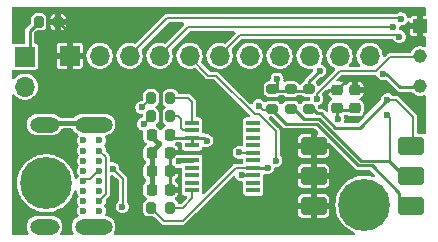
<source format=gtl>
%TF.GenerationSoftware,KiCad,Pcbnew,(6.0.2)*%
%TF.CreationDate,2022-05-02T21:41:20-07:00*%
%TF.ProjectId,hcms_dot_display_bottom,68636d73-5f64-46f7-945f-646973706c61,rev?*%
%TF.SameCoordinates,Original*%
%TF.FileFunction,Copper,L1,Top*%
%TF.FilePolarity,Positive*%
%FSLAX46Y46*%
G04 Gerber Fmt 4.6, Leading zero omitted, Abs format (unit mm)*
G04 Created by KiCad (PCBNEW (6.0.2)) date 2022-05-02 21:41:20*
%MOMM*%
%LPD*%
G01*
G04 APERTURE LIST*
G04 Aperture macros list*
%AMRoundRect*
0 Rectangle with rounded corners*
0 $1 Rounding radius*
0 $2 $3 $4 $5 $6 $7 $8 $9 X,Y pos of 4 corners*
0 Add a 4 corners polygon primitive as box body*
4,1,4,$2,$3,$4,$5,$6,$7,$8,$9,$2,$3,0*
0 Add four circle primitives for the rounded corners*
1,1,$1+$1,$2,$3*
1,1,$1+$1,$4,$5*
1,1,$1+$1,$6,$7*
1,1,$1+$1,$8,$9*
0 Add four rect primitives between the rounded corners*
20,1,$1+$1,$2,$3,$4,$5,0*
20,1,$1+$1,$4,$5,$6,$7,0*
20,1,$1+$1,$6,$7,$8,$9,0*
20,1,$1+$1,$8,$9,$2,$3,0*%
G04 Aperture macros list end*
%TA.AperFunction,SMDPad,CuDef*%
%ADD10RoundRect,0.152000X0.923000X-0.608000X0.923000X0.608000X-0.923000X0.608000X-0.923000X-0.608000X0*%
%TD*%
%TA.AperFunction,SMDPad,CuDef*%
%ADD11R,1.200000X0.400000*%
%TD*%
%TA.AperFunction,SMDPad,CuDef*%
%ADD12RoundRect,0.225000X0.225000X0.250000X-0.225000X0.250000X-0.225000X-0.250000X0.225000X-0.250000X0*%
%TD*%
%TA.AperFunction,SMDPad,CuDef*%
%ADD13RoundRect,0.200000X-0.275000X0.200000X-0.275000X-0.200000X0.275000X-0.200000X0.275000X0.200000X0*%
%TD*%
%TA.AperFunction,SMDPad,CuDef*%
%ADD14RoundRect,0.200000X0.200000X0.275000X-0.200000X0.275000X-0.200000X-0.275000X0.200000X-0.275000X0*%
%TD*%
%TA.AperFunction,ComponentPad*%
%ADD15R,1.700000X1.700000*%
%TD*%
%TA.AperFunction,ComponentPad*%
%ADD16O,1.700000X1.700000*%
%TD*%
%TA.AperFunction,SMDPad,CuDef*%
%ADD17RoundRect,0.225000X-0.250000X0.225000X-0.250000X-0.225000X0.250000X-0.225000X0.250000X0.225000X0*%
%TD*%
%TA.AperFunction,ComponentPad*%
%ADD18R,1.160000X1.160000*%
%TD*%
%TA.AperFunction,ComponentPad*%
%ADD19C,1.160000*%
%TD*%
%TA.AperFunction,ComponentPad*%
%ADD20C,0.600000*%
%TD*%
%TA.AperFunction,ComponentPad*%
%ADD21O,3.200000X1.300000*%
%TD*%
%TA.AperFunction,ComponentPad*%
%ADD22O,2.500000X1.300000*%
%TD*%
%TA.AperFunction,SMDPad,CuDef*%
%ADD23RoundRect,0.200000X-0.200000X-0.275000X0.200000X-0.275000X0.200000X0.275000X-0.200000X0.275000X0*%
%TD*%
%TA.AperFunction,ComponentPad*%
%ADD24C,0.700000*%
%TD*%
%TA.AperFunction,ComponentPad*%
%ADD25C,4.400000*%
%TD*%
%TA.AperFunction,ViaPad*%
%ADD26C,0.600000*%
%TD*%
%TA.AperFunction,Conductor*%
%ADD27C,0.250000*%
%TD*%
%TA.AperFunction,Conductor*%
%ADD28C,0.381000*%
%TD*%
%TA.AperFunction,Conductor*%
%ADD29C,0.152400*%
%TD*%
%TA.AperFunction,Conductor*%
%ADD30C,0.127000*%
%TD*%
%TA.AperFunction,Conductor*%
%ADD31C,0.254000*%
%TD*%
%TA.AperFunction,Conductor*%
%ADD32C,0.200000*%
%TD*%
G04 APERTURE END LIST*
D10*
X188545000Y-127020000D03*
X188545000Y-124480000D03*
X188545000Y-121940000D03*
X196805000Y-121940000D03*
X196805000Y-124480000D03*
X196805000Y-127020000D03*
D11*
X183450000Y-125707500D03*
X183450000Y-125072500D03*
X183450000Y-124437500D03*
X183450000Y-123802500D03*
X183450000Y-123167500D03*
X183450000Y-122532500D03*
X183450000Y-121897500D03*
X183450000Y-121262500D03*
X183450000Y-120627500D03*
X183450000Y-119992500D03*
X178250000Y-119992500D03*
X178250000Y-120627500D03*
X178250000Y-121262500D03*
X178250000Y-121897500D03*
X178250000Y-122532500D03*
X178250000Y-123167500D03*
X178250000Y-123802500D03*
X178250000Y-124437500D03*
X178250000Y-125072500D03*
X178250000Y-125707500D03*
D12*
X176375000Y-125650000D03*
X174825000Y-125650000D03*
D13*
X186600000Y-117150000D03*
X186600000Y-118800000D03*
D12*
X176375000Y-122550000D03*
X174825000Y-122550000D03*
D14*
X166925000Y-111450000D03*
X165275000Y-111450000D03*
X176425000Y-119450000D03*
X174775000Y-119450000D03*
D15*
X164100000Y-114400000D03*
D16*
X164100000Y-116940000D03*
D12*
X176375000Y-121000000D03*
X174825000Y-121000000D03*
X176375000Y-124100000D03*
X174825000Y-124100000D03*
D17*
X192050000Y-117200000D03*
X192050000Y-118750000D03*
D13*
X185050000Y-117150000D03*
X185050000Y-118800000D03*
D18*
X197530000Y-111800000D03*
D19*
X197530000Y-114340000D03*
X197530000Y-116880000D03*
D13*
X188150000Y-117150000D03*
X188150000Y-118800000D03*
D14*
X176425000Y-117900000D03*
X174775000Y-117900000D03*
D20*
X170415000Y-121495000D03*
X170415000Y-122345000D03*
X170415000Y-123195000D03*
X170415000Y-124045000D03*
X170415000Y-124895000D03*
X170415000Y-125745000D03*
X170415000Y-126595000D03*
X170415000Y-127445000D03*
X169065000Y-127445000D03*
X169065000Y-126595000D03*
X169065000Y-125745000D03*
X169065000Y-124895000D03*
X169065000Y-124045000D03*
X169065000Y-123195000D03*
X169065000Y-122345000D03*
X169065000Y-121495000D03*
D21*
X169915000Y-120150000D03*
D22*
X165765000Y-120150000D03*
X165765000Y-128790000D03*
D21*
X169915000Y-128790000D03*
D17*
X190500000Y-117200000D03*
X190500000Y-118750000D03*
D15*
X167888000Y-114312000D03*
D16*
X170428000Y-114312000D03*
X172968000Y-114312000D03*
X175508000Y-114312000D03*
X178048000Y-114312000D03*
X180588000Y-114312000D03*
X183128000Y-114312000D03*
X185668000Y-114312000D03*
X188208000Y-114312000D03*
X190748000Y-114312000D03*
X193288000Y-114312000D03*
D23*
X174775000Y-127200000D03*
X176425000Y-127200000D03*
D24*
X194100000Y-128200000D03*
X191150000Y-126950000D03*
X194100000Y-125700000D03*
X191600000Y-128200000D03*
X192850000Y-125250000D03*
X192850000Y-128650000D03*
D25*
X192850000Y-126950000D03*
D24*
X194550000Y-126950000D03*
X191600000Y-125700000D03*
D25*
X165900000Y-125100000D03*
D24*
X167150000Y-126350000D03*
X167150000Y-123850000D03*
X164650000Y-126350000D03*
X164200000Y-125100000D03*
X165900000Y-126800000D03*
X164650000Y-123850000D03*
X167600000Y-125100000D03*
X165900000Y-123400000D03*
D26*
X171550000Y-123900000D03*
X194450000Y-115850000D03*
X177150000Y-123250000D03*
X175434724Y-121791744D03*
X190617182Y-119686433D03*
X189050000Y-115600000D03*
X172350000Y-127100000D03*
X185450000Y-116300000D03*
X182250000Y-122500000D03*
X180300000Y-121050000D03*
X191680000Y-116230000D03*
X188650000Y-120850000D03*
X171200000Y-118000000D03*
X189500000Y-118600000D03*
X174000000Y-118700000D03*
X174150000Y-120100000D03*
X195250000Y-111900000D03*
X188825000Y-117975000D03*
X184650000Y-123800000D03*
X185350000Y-123200000D03*
X195950000Y-111200000D03*
X195800000Y-112700000D03*
X179500000Y-121500000D03*
X182450000Y-124400000D03*
X183900000Y-118550000D03*
X194800000Y-119350000D03*
X194800000Y-118050000D03*
D27*
X195860249Y-116999519D02*
X194710730Y-115850000D01*
D28*
X177232500Y-123167500D02*
X178250000Y-123167500D01*
D27*
X190500000Y-118875000D02*
X190500000Y-119569251D01*
D28*
X174825000Y-124100000D02*
X174825000Y-125650000D01*
X174825000Y-121182020D02*
X175434724Y-121791744D01*
X175434724Y-121791744D02*
X174825000Y-122401468D01*
D27*
X192200000Y-118925000D02*
X190700000Y-118925000D01*
X194710730Y-115850000D02*
X194450000Y-115850000D01*
D28*
X174825000Y-122401468D02*
X174825000Y-122550000D01*
D29*
X172400000Y-124750000D02*
X172400000Y-127050000D01*
D27*
X189050000Y-115600000D02*
X188150000Y-116500000D01*
D28*
X177150000Y-123250000D02*
X177232500Y-123167500D01*
D27*
X188150000Y-117275000D02*
X185450000Y-117275000D01*
X197430000Y-116940000D02*
X197370481Y-116999519D01*
X197370481Y-116999519D02*
X195860249Y-116999519D01*
D30*
X174825000Y-121000000D02*
X174825000Y-121182020D01*
D28*
X169905002Y-120024989D02*
X165755002Y-120024989D01*
D29*
X182282500Y-122532500D02*
X182250000Y-122500000D01*
D27*
X188150000Y-116500000D02*
X188150000Y-117275000D01*
D29*
X172400000Y-127050000D02*
X172350000Y-127100000D01*
D27*
X190700000Y-118925000D02*
X190700000Y-118875000D01*
D30*
X190500000Y-119569251D02*
X190617182Y-119686433D01*
D27*
X185450000Y-117275000D02*
X185450000Y-116300000D01*
D29*
X183450000Y-122532500D02*
X182282500Y-122532500D01*
X171550000Y-123900000D02*
X172400000Y-124750000D01*
D28*
X174825000Y-122550000D02*
X174825000Y-124100000D01*
D31*
X176375000Y-122550000D02*
X176375000Y-124100000D01*
D27*
X190500000Y-117250000D02*
X189850000Y-117250000D01*
D31*
X178250000Y-122532500D02*
X176392500Y-122532500D01*
X190500000Y-117200000D02*
X191470000Y-116230000D01*
D27*
X189500000Y-117600000D02*
X189500000Y-118525000D01*
X166925000Y-111450000D02*
X167825000Y-112350000D01*
X189850000Y-117250000D02*
X189500000Y-117600000D01*
D31*
X178250000Y-122532500D02*
X179417500Y-122532500D01*
D30*
X188650000Y-121835000D02*
X188545000Y-121940000D01*
D31*
X188650000Y-120850000D02*
X188650000Y-121835000D01*
D27*
X167825000Y-112350000D02*
X167825000Y-114350000D01*
D31*
X179417500Y-122532500D02*
X180200000Y-121750000D01*
X180300000Y-121650000D02*
X180300000Y-121000000D01*
X180200000Y-121750000D02*
X180300000Y-121650000D01*
X176392500Y-122532500D02*
X176375000Y-122550000D01*
X191470000Y-116230000D02*
X191680000Y-116230000D01*
X176375000Y-125650000D02*
X176375000Y-124100000D01*
D29*
X169055002Y-124769989D02*
X169630011Y-124769989D01*
X169630011Y-124769989D02*
X170405002Y-123994998D01*
D32*
X174000000Y-118675000D02*
X174775000Y-117900000D01*
X174000000Y-118700000D02*
X174000000Y-118675000D01*
X174150000Y-120100000D02*
X174150000Y-120075000D01*
X174150000Y-120075000D02*
X174775000Y-119450000D01*
X175445000Y-114350000D02*
X177895000Y-111900000D01*
X177895000Y-111900000D02*
X195284994Y-111900000D01*
D30*
X190750000Y-115600000D02*
X193850000Y-115600000D01*
X188815020Y-117965020D02*
X188815020Y-117534980D01*
X195010000Y-114440000D02*
X197497500Y-114440000D01*
X188815020Y-117534980D02*
X190750000Y-115600000D01*
X188825000Y-117975000D02*
X188815020Y-117965020D01*
X193850000Y-115600000D02*
X195010000Y-114440000D01*
D27*
X184647500Y-123802500D02*
X184650000Y-123800000D01*
X183450000Y-123802500D02*
X184647500Y-123802500D01*
D29*
X183450000Y-123802500D02*
X181947500Y-123802500D01*
X181947500Y-123802500D02*
X177450000Y-128300000D01*
X177450000Y-128300000D02*
X175875000Y-128300000D01*
X175875000Y-128300000D02*
X174775000Y-127200000D01*
X180300000Y-116000000D02*
X179635000Y-116000000D01*
X185350000Y-120687078D02*
X183912922Y-119250000D01*
X179635000Y-116000000D02*
X177985000Y-114350000D01*
X183912922Y-119250000D02*
X183550000Y-119250000D01*
X185350000Y-123200000D02*
X185350000Y-120687078D01*
X183550000Y-119250000D02*
X180300000Y-116000000D01*
D32*
X172905000Y-114350000D02*
X176105000Y-111150000D01*
X176105000Y-111150000D02*
X195900000Y-111150000D01*
X195900000Y-111150000D02*
X195950000Y-111200000D01*
X195650000Y-112550000D02*
X195800000Y-112700000D01*
X180525000Y-114350000D02*
X182325000Y-112550000D01*
X182325000Y-112550000D02*
X195650000Y-112550000D01*
D31*
X178250000Y-121897500D02*
X178250000Y-121262500D01*
X179262500Y-121262500D02*
X179500000Y-121500000D01*
X182450000Y-124400000D02*
X183412500Y-124400000D01*
X176637500Y-121262500D02*
X176375000Y-121000000D01*
X178250000Y-121262500D02*
X176637500Y-121262500D01*
X183412500Y-124400000D02*
X183450000Y-124437500D01*
X178250000Y-121262500D02*
X179262500Y-121262500D01*
D29*
X177900000Y-117900000D02*
X176425000Y-117900000D01*
X178250000Y-119992500D02*
X178250000Y-118250000D01*
X178250000Y-118250000D02*
X177900000Y-117900000D01*
X177527500Y-120627500D02*
X177300000Y-120400000D01*
X177100000Y-119450000D02*
X176425000Y-119450000D01*
X177300000Y-119650000D02*
X177100000Y-119450000D01*
X177300000Y-120400000D02*
X177300000Y-119650000D01*
X178250000Y-120627500D02*
X177527500Y-120627500D01*
X177450000Y-127200000D02*
X178250000Y-126400000D01*
X176425000Y-127200000D02*
X177450000Y-127200000D01*
X178250000Y-126400000D02*
X178250000Y-125707500D01*
D30*
X170978021Y-126021979D02*
X170978021Y-122908021D01*
X170978021Y-122908021D02*
X170415000Y-122345000D01*
X170405002Y-126469989D02*
X170530011Y-126469989D01*
X170530011Y-126469989D02*
X170978021Y-126021979D01*
D27*
X192328564Y-123600000D02*
X193450000Y-123600000D01*
D32*
X185100000Y-118950000D02*
X185050000Y-118900000D01*
D27*
X185100000Y-118975000D02*
X186224040Y-120099040D01*
D32*
X185050000Y-118900000D02*
X184250000Y-118900000D01*
D27*
X193450000Y-123600000D02*
X195750000Y-125900000D01*
X188827604Y-120099040D02*
X192328564Y-123600000D01*
X195750000Y-126550000D02*
X196489992Y-127289992D01*
X196489992Y-127289992D02*
X196980008Y-127289992D01*
X186224040Y-120099040D02*
X188827604Y-120099040D01*
D32*
X184250000Y-118900000D02*
X183900000Y-118550000D01*
D27*
X185100000Y-118950000D02*
X185100000Y-118975000D01*
X195750000Y-125900000D02*
X195750000Y-126550000D01*
X187724520Y-119649520D02*
X187000000Y-118925000D01*
X192587762Y-123223480D02*
X189013802Y-119649520D01*
X195450000Y-123750000D02*
X194923480Y-123223480D01*
X194923480Y-123223480D02*
X192587762Y-123223480D01*
X195450000Y-123750000D02*
X196449992Y-124749992D01*
D32*
X195000000Y-119550000D02*
X194800000Y-119350000D01*
D27*
X189013802Y-119649520D02*
X187724520Y-119649520D01*
D32*
X195000000Y-123300000D02*
X195000000Y-119550000D01*
X195450000Y-123750000D02*
X195000000Y-123300000D01*
D27*
X196449992Y-124749992D02*
X196980008Y-124749992D01*
D32*
X196980008Y-119530008D02*
X196980008Y-122209992D01*
D27*
X194800000Y-118050000D02*
X192450000Y-120400000D01*
X192450000Y-120400000D02*
X190400000Y-120400000D01*
X190400000Y-120400000D02*
X189200000Y-119200000D01*
X188825000Y-119200000D02*
X188550000Y-118925000D01*
X189200000Y-119200000D02*
X188825000Y-119200000D01*
D32*
X194800000Y-118050000D02*
X195500000Y-118050000D01*
X195500000Y-118050000D02*
X196980008Y-119530008D01*
D27*
X164500000Y-112225000D02*
X164500000Y-114360000D01*
X165275000Y-111450000D02*
X164500000Y-112225000D01*
%TA.AperFunction,Conductor*%
G36*
X197998121Y-110194002D02*
G01*
X198044614Y-110247658D01*
X198056000Y-110300000D01*
X198056000Y-110840000D01*
X198035998Y-110908121D01*
X197982342Y-110954614D01*
X197930000Y-110966000D01*
X197802115Y-110966000D01*
X197786876Y-110970475D01*
X197785671Y-110971865D01*
X197784000Y-110979548D01*
X197784000Y-112615884D01*
X197788475Y-112631123D01*
X197789865Y-112632328D01*
X197797548Y-112633999D01*
X197930000Y-112633999D01*
X197998121Y-112654001D01*
X198044614Y-112707657D01*
X198056000Y-112759999D01*
X198056000Y-113466693D01*
X198035998Y-113534814D01*
X197982342Y-113581307D01*
X197912068Y-113591411D01*
X197878751Y-113581799D01*
X197795334Y-113544659D01*
X197795328Y-113544657D01*
X197789295Y-113541971D01*
X197680579Y-113518863D01*
X197624167Y-113506872D01*
X197624163Y-113506872D01*
X197617710Y-113505500D01*
X197442290Y-113505500D01*
X197435837Y-113506872D01*
X197435833Y-113506872D01*
X197379421Y-113518863D01*
X197270705Y-113541971D01*
X197264676Y-113544655D01*
X197264674Y-113544656D01*
X197116482Y-113610636D01*
X197116480Y-113610637D01*
X197110452Y-113613321D01*
X196968535Y-113716429D01*
X196964122Y-113721331D01*
X196964120Y-113721332D01*
X196954129Y-113732428D01*
X196851156Y-113846791D01*
X196847856Y-113852507D01*
X196847853Y-113852511D01*
X196808862Y-113920047D01*
X196763447Y-113998709D01*
X196761406Y-114004991D01*
X196751676Y-114034937D01*
X196711602Y-114093542D01*
X196646205Y-114121179D01*
X196631843Y-114122000D01*
X195029394Y-114122000D01*
X195018416Y-114121521D01*
X195007668Y-114120581D01*
X194992833Y-114119283D01*
X194992832Y-114119283D01*
X194981857Y-114118323D01*
X194971214Y-114121175D01*
X194971212Y-114121175D01*
X194946419Y-114127818D01*
X194935690Y-114130196D01*
X194910421Y-114134652D01*
X194910416Y-114134654D01*
X194899560Y-114136568D01*
X194890013Y-114142081D01*
X194887047Y-114143160D01*
X194884186Y-114144494D01*
X194873534Y-114147348D01*
X194864504Y-114153671D01*
X194843480Y-114168392D01*
X194834210Y-114174297D01*
X194811989Y-114187126D01*
X194811985Y-114187129D01*
X194802440Y-114192640D01*
X194795352Y-114201087D01*
X194778857Y-114220745D01*
X194771431Y-114228849D01*
X194611707Y-114388573D01*
X194549395Y-114422599D01*
X194478580Y-114417534D01*
X194421744Y-114374987D01*
X194397141Y-114311007D01*
X194379187Y-114115613D01*
X194379186Y-114115610D01*
X194378658Y-114109859D01*
X194374056Y-114093542D01*
X194325125Y-113920046D01*
X194325124Y-113920044D01*
X194323557Y-113914487D01*
X194312978Y-113893033D01*
X194236331Y-113737609D01*
X194233776Y-113732428D01*
X194112320Y-113569779D01*
X193963258Y-113431987D01*
X193958375Y-113428906D01*
X193958371Y-113428903D01*
X193796464Y-113326748D01*
X193791581Y-113323667D01*
X193603039Y-113248446D01*
X193597379Y-113247320D01*
X193597375Y-113247319D01*
X193409613Y-113209971D01*
X193409610Y-113209971D01*
X193403946Y-113208844D01*
X193398171Y-113208768D01*
X193398167Y-113208768D01*
X193296793Y-113207441D01*
X193200971Y-113206187D01*
X193195274Y-113207166D01*
X193195273Y-113207166D01*
X193064530Y-113229632D01*
X193000910Y-113240564D01*
X192810463Y-113310824D01*
X192636010Y-113414612D01*
X192631670Y-113418418D01*
X192631666Y-113418421D01*
X192492350Y-113540599D01*
X192483392Y-113548455D01*
X192357720Y-113707869D01*
X192355031Y-113712980D01*
X192355029Y-113712983D01*
X192307128Y-113804027D01*
X192263203Y-113887515D01*
X192203007Y-114081378D01*
X192179148Y-114282964D01*
X192192424Y-114485522D01*
X192193845Y-114491118D01*
X192193846Y-114491123D01*
X192238246Y-114665944D01*
X192242392Y-114682269D01*
X192244809Y-114687512D01*
X192282008Y-114768203D01*
X192327377Y-114866616D01*
X192330710Y-114871332D01*
X192395898Y-114963571D01*
X192444533Y-115032389D01*
X192448675Y-115036424D01*
X192478775Y-115065746D01*
X192513613Y-115127607D01*
X192509476Y-115198483D01*
X192467677Y-115255871D01*
X192401487Y-115281551D01*
X192390854Y-115282000D01*
X191646614Y-115282000D01*
X191578493Y-115261998D01*
X191532000Y-115208342D01*
X191521896Y-115138068D01*
X191549740Y-115075430D01*
X191658453Y-114944718D01*
X191658455Y-114944715D01*
X191662147Y-114940276D01*
X191761334Y-114763165D01*
X191763190Y-114757698D01*
X191763192Y-114757693D01*
X191824728Y-114576414D01*
X191824729Y-114576409D01*
X191826584Y-114570945D01*
X191827412Y-114565236D01*
X191827413Y-114565231D01*
X191848093Y-114422599D01*
X191855712Y-114370053D01*
X191857232Y-114312000D01*
X191838658Y-114109859D01*
X191834056Y-114093542D01*
X191785125Y-113920046D01*
X191785124Y-113920044D01*
X191783557Y-113914487D01*
X191772978Y-113893033D01*
X191696331Y-113737609D01*
X191693776Y-113732428D01*
X191572320Y-113569779D01*
X191423258Y-113431987D01*
X191418375Y-113428906D01*
X191418371Y-113428903D01*
X191256464Y-113326748D01*
X191251581Y-113323667D01*
X191063039Y-113248446D01*
X191057379Y-113247320D01*
X191057375Y-113247319D01*
X190869613Y-113209971D01*
X190869610Y-113209971D01*
X190863946Y-113208844D01*
X190858171Y-113208768D01*
X190858167Y-113208768D01*
X190756793Y-113207441D01*
X190660971Y-113206187D01*
X190655274Y-113207166D01*
X190655273Y-113207166D01*
X190524530Y-113229632D01*
X190460910Y-113240564D01*
X190270463Y-113310824D01*
X190096010Y-113414612D01*
X190091670Y-113418418D01*
X190091666Y-113418421D01*
X189952350Y-113540599D01*
X189943392Y-113548455D01*
X189817720Y-113707869D01*
X189815031Y-113712980D01*
X189815029Y-113712983D01*
X189767128Y-113804027D01*
X189723203Y-113887515D01*
X189663007Y-114081378D01*
X189639148Y-114282964D01*
X189652424Y-114485522D01*
X189653845Y-114491118D01*
X189653846Y-114491123D01*
X189698246Y-114665944D01*
X189702392Y-114682269D01*
X189704809Y-114687512D01*
X189742008Y-114768203D01*
X189787377Y-114866616D01*
X189790710Y-114871332D01*
X189855898Y-114963571D01*
X189904533Y-115032389D01*
X189908675Y-115036424D01*
X189973970Y-115100031D01*
X190049938Y-115174035D01*
X190218720Y-115286812D01*
X190224023Y-115289090D01*
X190224026Y-115289092D01*
X190324011Y-115332049D01*
X190378704Y-115377318D01*
X190400241Y-115444969D01*
X190381784Y-115513524D01*
X190363368Y-115536912D01*
X189059673Y-116840607D01*
X188997361Y-116874633D01*
X188926546Y-116869568D01*
X188869710Y-116827021D01*
X188851696Y-116793261D01*
X188841806Y-116765101D01*
X188831209Y-116734924D01*
X188750010Y-116624990D01*
X188743598Y-116620254D01*
X188709937Y-116558610D01*
X188715002Y-116487795D01*
X188743962Y-116442732D01*
X188993741Y-116192953D01*
X189056052Y-116158929D01*
X189066380Y-116157129D01*
X189194754Y-116140228D01*
X189329643Y-116084355D01*
X189365419Y-116056903D01*
X189438921Y-116000503D01*
X189438924Y-116000500D01*
X189445474Y-115995474D01*
X189534355Y-115879642D01*
X189539350Y-115867585D01*
X189587069Y-115752380D01*
X189590228Y-115744754D01*
X189593379Y-115720824D01*
X189608207Y-115608188D01*
X189609285Y-115600000D01*
X189601988Y-115544574D01*
X189591306Y-115463432D01*
X189591305Y-115463430D01*
X189590228Y-115455246D01*
X189563443Y-115390581D01*
X189537515Y-115327986D01*
X189537514Y-115327984D01*
X189534355Y-115320358D01*
X189484872Y-115255871D01*
X189450501Y-115211077D01*
X189450500Y-115211076D01*
X189445474Y-115204526D01*
X189438924Y-115199500D01*
X189438921Y-115199497D01*
X189336196Y-115120673D01*
X189336194Y-115120672D01*
X189329643Y-115115645D01*
X189212496Y-115067121D01*
X189157216Y-115022572D01*
X189134795Y-114955209D01*
X189150781Y-114889146D01*
X189160758Y-114871332D01*
X189221334Y-114763165D01*
X189223190Y-114757698D01*
X189223192Y-114757693D01*
X189284728Y-114576414D01*
X189284729Y-114576409D01*
X189286584Y-114570945D01*
X189287412Y-114565236D01*
X189287413Y-114565231D01*
X189308093Y-114422599D01*
X189315712Y-114370053D01*
X189317232Y-114312000D01*
X189298658Y-114109859D01*
X189294056Y-114093542D01*
X189245125Y-113920046D01*
X189245124Y-113920044D01*
X189243557Y-113914487D01*
X189232978Y-113893033D01*
X189156331Y-113737609D01*
X189153776Y-113732428D01*
X189032320Y-113569779D01*
X188883258Y-113431987D01*
X188878375Y-113428906D01*
X188878371Y-113428903D01*
X188716464Y-113326748D01*
X188711581Y-113323667D01*
X188523039Y-113248446D01*
X188517379Y-113247320D01*
X188517375Y-113247319D01*
X188329613Y-113209971D01*
X188329610Y-113209971D01*
X188323946Y-113208844D01*
X188318171Y-113208768D01*
X188318167Y-113208768D01*
X188216793Y-113207441D01*
X188120971Y-113206187D01*
X188115274Y-113207166D01*
X188115273Y-113207166D01*
X187984530Y-113229632D01*
X187920910Y-113240564D01*
X187730463Y-113310824D01*
X187556010Y-113414612D01*
X187551670Y-113418418D01*
X187551666Y-113418421D01*
X187412350Y-113540599D01*
X187403392Y-113548455D01*
X187277720Y-113707869D01*
X187275031Y-113712980D01*
X187275029Y-113712983D01*
X187227128Y-113804027D01*
X187183203Y-113887515D01*
X187123007Y-114081378D01*
X187099148Y-114282964D01*
X187112424Y-114485522D01*
X187113845Y-114491118D01*
X187113846Y-114491123D01*
X187158246Y-114665944D01*
X187162392Y-114682269D01*
X187164809Y-114687512D01*
X187202008Y-114768203D01*
X187247377Y-114866616D01*
X187250710Y-114871332D01*
X187315898Y-114963571D01*
X187364533Y-115032389D01*
X187368675Y-115036424D01*
X187433970Y-115100031D01*
X187509938Y-115174035D01*
X187678720Y-115286812D01*
X187684023Y-115289090D01*
X187684026Y-115289092D01*
X187859921Y-115364662D01*
X187865228Y-115366942D01*
X187933485Y-115382387D01*
X188057579Y-115410467D01*
X188057584Y-115410468D01*
X188063216Y-115411742D01*
X188068987Y-115411969D01*
X188068989Y-115411969D01*
X188128756Y-115414317D01*
X188266053Y-115419712D01*
X188329815Y-115410467D01*
X188354556Y-115406880D01*
X188424842Y-115416900D01*
X188478553Y-115463330D01*
X188498636Y-115531427D01*
X188497558Y-115548021D01*
X188492873Y-115583610D01*
X188464151Y-115648537D01*
X188457046Y-115656260D01*
X187919784Y-116193522D01*
X187901036Y-116208664D01*
X187899811Y-116209779D01*
X187891060Y-116215429D01*
X187884613Y-116223607D01*
X187884611Y-116223609D01*
X187870271Y-116241800D01*
X187866325Y-116246241D01*
X187866398Y-116246303D01*
X187863039Y-116250267D01*
X187859362Y-116253944D01*
X187848108Y-116269692D01*
X187844602Y-116274362D01*
X187812844Y-116314647D01*
X187809812Y-116323281D01*
X187804486Y-116330734D01*
X187801501Y-116340715D01*
X187789799Y-116379844D01*
X187787964Y-116385492D01*
X187773607Y-116426373D01*
X187773605Y-116426381D01*
X187770982Y-116433851D01*
X187770500Y-116439416D01*
X187770500Y-116440806D01*
X187770410Y-116441224D01*
X187736519Y-116503609D01*
X187688985Y-116533585D01*
X187659924Y-116543791D01*
X187549990Y-116624990D01*
X187544398Y-116632561D01*
X187544395Y-116632564D01*
X187476351Y-116724688D01*
X187419790Y-116767599D01*
X187349008Y-116773119D01*
X187286479Y-116739495D01*
X187273649Y-116724688D01*
X187205605Y-116632564D01*
X187205602Y-116632561D01*
X187200010Y-116624990D01*
X187090076Y-116543791D01*
X186961127Y-116498507D01*
X186953485Y-116497785D01*
X186953482Y-116497784D01*
X186938508Y-116496369D01*
X186929315Y-116495500D01*
X186600223Y-116495500D01*
X186270686Y-116495501D01*
X186267738Y-116495780D01*
X186267729Y-116495780D01*
X186246522Y-116497784D01*
X186246520Y-116497784D01*
X186238873Y-116498507D01*
X186164184Y-116524736D01*
X186093285Y-116528435D01*
X186031640Y-116493216D01*
X185998822Y-116430260D01*
X185997514Y-116389407D01*
X185997859Y-116386791D01*
X186009285Y-116300000D01*
X186003778Y-116258168D01*
X185991306Y-116163432D01*
X185991305Y-116163430D01*
X185990228Y-116155246D01*
X185956912Y-116074814D01*
X185937515Y-116027986D01*
X185937514Y-116027984D01*
X185934355Y-116020358D01*
X185881647Y-115951667D01*
X185850501Y-115911077D01*
X185850500Y-115911076D01*
X185845474Y-115904526D01*
X185838924Y-115899500D01*
X185838921Y-115899497D01*
X185736196Y-115820673D01*
X185736194Y-115820672D01*
X185729643Y-115815645D01*
X185594754Y-115759772D01*
X185450000Y-115740715D01*
X185441812Y-115741793D01*
X185313432Y-115758694D01*
X185313430Y-115758695D01*
X185305246Y-115759772D01*
X185265168Y-115776373D01*
X185177986Y-115812485D01*
X185177984Y-115812486D01*
X185170358Y-115815645D01*
X185054526Y-115904526D01*
X184965645Y-116020358D01*
X184962486Y-116027984D01*
X184962485Y-116027986D01*
X184943088Y-116074814D01*
X184909772Y-116155246D01*
X184908695Y-116163430D01*
X184908694Y-116163432D01*
X184896222Y-116258168D01*
X184890715Y-116300000D01*
X184893766Y-116323171D01*
X184897700Y-116353054D01*
X184886761Y-116423203D01*
X184839633Y-116476302D01*
X184772778Y-116495501D01*
X184720686Y-116495501D01*
X184717738Y-116495780D01*
X184717729Y-116495780D01*
X184696522Y-116497784D01*
X184696520Y-116497784D01*
X184688873Y-116498507D01*
X184559924Y-116543791D01*
X184449990Y-116624990D01*
X184368791Y-116734924D01*
X184323507Y-116863873D01*
X184320500Y-116895685D01*
X184320501Y-117404314D01*
X184323507Y-117436127D01*
X184368791Y-117565076D01*
X184449990Y-117675010D01*
X184559924Y-117756209D01*
X184688873Y-117801493D01*
X184696515Y-117802215D01*
X184696518Y-117802216D01*
X184711421Y-117803624D01*
X184720685Y-117804500D01*
X185049777Y-117804500D01*
X185379314Y-117804499D01*
X185382262Y-117804220D01*
X185382271Y-117804220D01*
X185403478Y-117802216D01*
X185403480Y-117802216D01*
X185411127Y-117801493D01*
X185540076Y-117756209D01*
X185644407Y-117679149D01*
X185711085Y-117654766D01*
X185719266Y-117654500D01*
X185930734Y-117654500D01*
X185998855Y-117674502D01*
X186005590Y-117679146D01*
X186109924Y-117756209D01*
X186238873Y-117801493D01*
X186246515Y-117802215D01*
X186246518Y-117802216D01*
X186261421Y-117803624D01*
X186270685Y-117804500D01*
X186599777Y-117804500D01*
X186929314Y-117804499D01*
X186932262Y-117804220D01*
X186932271Y-117804220D01*
X186953478Y-117802216D01*
X186953480Y-117802216D01*
X186961127Y-117801493D01*
X187090076Y-117756209D01*
X187194407Y-117679149D01*
X187261085Y-117654766D01*
X187269266Y-117654500D01*
X187480734Y-117654500D01*
X187548855Y-117674502D01*
X187555590Y-117679146D01*
X187659924Y-117756209D01*
X187788873Y-117801493D01*
X187796515Y-117802215D01*
X187796518Y-117802216D01*
X187811421Y-117803624D01*
X187820685Y-117804500D01*
X187829827Y-117804500D01*
X188144487Y-117804499D01*
X188212606Y-117824501D01*
X188259099Y-117878156D01*
X188269408Y-117946943D01*
X188266906Y-117965953D01*
X188265715Y-117975000D01*
X188266793Y-117983188D01*
X188266793Y-117983190D01*
X188269408Y-118003055D01*
X188258468Y-118073204D01*
X188211339Y-118126302D01*
X188144486Y-118145500D01*
X187829841Y-118145501D01*
X187820686Y-118145501D01*
X187817738Y-118145780D01*
X187817729Y-118145780D01*
X187796522Y-118147784D01*
X187796520Y-118147784D01*
X187788873Y-118148507D01*
X187781623Y-118151053D01*
X187767680Y-118155949D01*
X187659924Y-118193791D01*
X187549990Y-118274990D01*
X187544398Y-118282561D01*
X187544395Y-118282564D01*
X187476351Y-118374688D01*
X187419790Y-118417599D01*
X187349008Y-118423119D01*
X187286479Y-118389495D01*
X187273649Y-118374688D01*
X187205605Y-118282564D01*
X187205602Y-118282561D01*
X187200010Y-118274990D01*
X187090076Y-118193791D01*
X186961127Y-118148507D01*
X186953485Y-118147785D01*
X186953482Y-118147784D01*
X186938579Y-118146376D01*
X186929315Y-118145500D01*
X186600223Y-118145500D01*
X186270686Y-118145501D01*
X186267738Y-118145780D01*
X186267729Y-118145780D01*
X186246522Y-118147784D01*
X186246520Y-118147784D01*
X186238873Y-118148507D01*
X186231623Y-118151053D01*
X186217680Y-118155949D01*
X186109924Y-118193791D01*
X185999990Y-118274990D01*
X185994398Y-118282561D01*
X185994395Y-118282564D01*
X185926351Y-118374688D01*
X185869790Y-118417599D01*
X185799008Y-118423119D01*
X185736479Y-118389495D01*
X185723649Y-118374688D01*
X185655605Y-118282564D01*
X185655602Y-118282561D01*
X185650010Y-118274990D01*
X185540076Y-118193791D01*
X185411127Y-118148507D01*
X185403485Y-118147785D01*
X185403482Y-118147784D01*
X185388579Y-118146376D01*
X185379315Y-118145500D01*
X185050223Y-118145500D01*
X184720686Y-118145501D01*
X184717738Y-118145780D01*
X184717729Y-118145780D01*
X184696522Y-118147784D01*
X184696520Y-118147784D01*
X184688873Y-118148507D01*
X184681623Y-118151053D01*
X184667680Y-118155949D01*
X184559924Y-118193791D01*
X184552352Y-118199384D01*
X184552348Y-118199386D01*
X184509878Y-118230756D01*
X184443200Y-118255139D01*
X184373924Y-118239603D01*
X184335055Y-118206109D01*
X184300501Y-118161077D01*
X184300500Y-118161076D01*
X184295474Y-118154526D01*
X184288924Y-118149500D01*
X184288921Y-118149497D01*
X184186196Y-118070673D01*
X184186194Y-118070672D01*
X184179643Y-118065645D01*
X184044754Y-118009772D01*
X183900000Y-117990715D01*
X183891812Y-117991793D01*
X183763432Y-118008694D01*
X183763430Y-118008695D01*
X183755246Y-118009772D01*
X183738453Y-118016728D01*
X183627986Y-118062485D01*
X183627984Y-118062486D01*
X183620358Y-118065645D01*
X183504526Y-118154526D01*
X183415645Y-118270358D01*
X183412485Y-118277987D01*
X183377209Y-118363149D01*
X183332660Y-118418429D01*
X183265296Y-118440850D01*
X183196505Y-118423291D01*
X183171705Y-118404025D01*
X180547948Y-115780268D01*
X180540522Y-115772164D01*
X180522936Y-115751206D01*
X180522933Y-115751204D01*
X180515849Y-115742761D01*
X180482625Y-115723578D01*
X180473355Y-115717673D01*
X180450950Y-115701985D01*
X180450947Y-115701984D01*
X180441916Y-115695660D01*
X180431267Y-115692806D01*
X180427889Y-115691231D01*
X180424396Y-115689960D01*
X180414851Y-115684449D01*
X180403998Y-115682535D01*
X180403997Y-115682535D01*
X180392900Y-115680578D01*
X180377053Y-115677784D01*
X180366339Y-115675409D01*
X180329267Y-115665476D01*
X180318292Y-115666436D01*
X180318291Y-115666436D01*
X180291032Y-115668821D01*
X180280051Y-115669300D01*
X179824170Y-115669300D01*
X179756049Y-115649298D01*
X179735075Y-115632395D01*
X179058600Y-114955920D01*
X179024574Y-114893608D01*
X179029639Y-114822793D01*
X179037760Y-114805259D01*
X179061334Y-114763165D01*
X179063190Y-114757698D01*
X179063192Y-114757693D01*
X179124728Y-114576414D01*
X179124729Y-114576409D01*
X179126584Y-114570945D01*
X179127412Y-114565236D01*
X179127413Y-114565231D01*
X179148093Y-114422599D01*
X179155712Y-114370053D01*
X179157232Y-114312000D01*
X179138658Y-114109859D01*
X179134056Y-114093542D01*
X179085125Y-113920046D01*
X179085124Y-113920044D01*
X179083557Y-113914487D01*
X179072978Y-113893033D01*
X178996331Y-113737609D01*
X178993776Y-113732428D01*
X178872320Y-113569779D01*
X178723258Y-113431987D01*
X178718375Y-113428906D01*
X178718371Y-113428903D01*
X178556464Y-113326748D01*
X178551581Y-113323667D01*
X178363039Y-113248446D01*
X178357379Y-113247320D01*
X178357375Y-113247319D01*
X178169613Y-113209971D01*
X178169610Y-113209971D01*
X178163946Y-113208844D01*
X178158171Y-113208768D01*
X178158167Y-113208768D01*
X178056793Y-113207441D01*
X177960971Y-113206187D01*
X177955274Y-113207166D01*
X177955273Y-113207166D01*
X177824530Y-113229632D01*
X177760910Y-113240564D01*
X177570463Y-113310824D01*
X177396010Y-113414612D01*
X177391670Y-113418418D01*
X177391666Y-113418421D01*
X177252350Y-113540599D01*
X177243392Y-113548455D01*
X177117720Y-113707869D01*
X177115031Y-113712980D01*
X177115029Y-113712983D01*
X177067128Y-113804027D01*
X177023203Y-113887515D01*
X176963007Y-114081378D01*
X176939148Y-114282964D01*
X176952424Y-114485522D01*
X176953845Y-114491118D01*
X176953846Y-114491123D01*
X176998246Y-114665944D01*
X177002392Y-114682269D01*
X177004809Y-114687512D01*
X177042008Y-114768203D01*
X177087377Y-114866616D01*
X177090710Y-114871332D01*
X177155898Y-114963571D01*
X177204533Y-115032389D01*
X177208675Y-115036424D01*
X177273970Y-115100031D01*
X177349938Y-115174035D01*
X177518720Y-115286812D01*
X177524023Y-115289090D01*
X177524026Y-115289092D01*
X177699921Y-115364662D01*
X177705228Y-115366942D01*
X177773485Y-115382387D01*
X177897579Y-115410467D01*
X177897584Y-115410468D01*
X177903216Y-115411742D01*
X177908987Y-115411969D01*
X177908989Y-115411969D01*
X177968756Y-115414317D01*
X178106053Y-115419712D01*
X178216596Y-115403684D01*
X178301231Y-115391413D01*
X178301236Y-115391412D01*
X178306945Y-115390584D01*
X178420112Y-115352169D01*
X178491045Y-115349213D01*
X178549707Y-115382387D01*
X179387052Y-116219732D01*
X179394478Y-116227836D01*
X179412063Y-116248793D01*
X179412066Y-116248796D01*
X179419151Y-116257239D01*
X179428698Y-116262751D01*
X179452383Y-116276426D01*
X179461639Y-116282322D01*
X179493083Y-116304340D01*
X179503735Y-116307194D01*
X179507114Y-116308770D01*
X179510604Y-116310040D01*
X179520149Y-116315551D01*
X179531002Y-116317465D01*
X179531003Y-116317465D01*
X179557953Y-116322217D01*
X179568682Y-116324596D01*
X179595088Y-116331671D01*
X179605733Y-116334523D01*
X179616709Y-116333563D01*
X179616710Y-116333563D01*
X179643960Y-116331179D01*
X179654940Y-116330700D01*
X180110830Y-116330700D01*
X180178951Y-116350702D01*
X180199925Y-116367605D01*
X183155226Y-119322906D01*
X183189252Y-119385218D01*
X183184187Y-119456033D01*
X183141640Y-119512869D01*
X183075120Y-119537680D01*
X183066131Y-119538001D01*
X182824934Y-119538001D01*
X182791761Y-119544599D01*
X182762874Y-119550344D01*
X182762872Y-119550345D01*
X182750699Y-119552766D01*
X182740379Y-119559661D01*
X182740378Y-119559662D01*
X182709957Y-119579989D01*
X182666516Y-119609016D01*
X182610266Y-119693199D01*
X182595500Y-119767433D01*
X182595501Y-120217566D01*
X182608997Y-120285418D01*
X182608997Y-120334579D01*
X182595500Y-120402433D01*
X182595501Y-120852566D01*
X182596708Y-120858633D01*
X182596708Y-120858635D01*
X182598496Y-120867622D01*
X182608997Y-120920418D01*
X182608997Y-120969579D01*
X182595500Y-121037433D01*
X182595501Y-121487566D01*
X182608997Y-121555418D01*
X182608997Y-121604579D01*
X182595500Y-121672433D01*
X182595500Y-121854351D01*
X182575498Y-121922472D01*
X182521842Y-121968965D01*
X182451568Y-121979069D01*
X182421283Y-121970760D01*
X182402387Y-121962933D01*
X182402380Y-121962931D01*
X182394754Y-121959772D01*
X182250000Y-121940715D01*
X182241812Y-121941793D01*
X182113432Y-121958694D01*
X182113430Y-121958695D01*
X182105246Y-121959772D01*
X182078719Y-121970760D01*
X181977986Y-122012485D01*
X181977984Y-122012486D01*
X181970358Y-122015645D01*
X181854526Y-122104526D01*
X181849503Y-122111072D01*
X181830168Y-122136270D01*
X181765645Y-122220358D01*
X181762486Y-122227984D01*
X181762485Y-122227986D01*
X181736742Y-122290135D01*
X181709772Y-122355246D01*
X181708695Y-122363430D01*
X181708694Y-122363432D01*
X181693841Y-122476255D01*
X181690715Y-122500000D01*
X181691793Y-122508188D01*
X181707987Y-122631193D01*
X181709772Y-122644754D01*
X181712931Y-122652380D01*
X181759014Y-122763633D01*
X181765645Y-122779642D01*
X181807134Y-122833711D01*
X181838009Y-122873948D01*
X181854526Y-122895474D01*
X181861076Y-122900500D01*
X181861079Y-122900503D01*
X181963804Y-122979327D01*
X181970357Y-122984355D01*
X182105246Y-123040228D01*
X182250000Y-123059285D01*
X182258188Y-123058207D01*
X182280680Y-123055246D01*
X182394754Y-123040228D01*
X182402382Y-123037068D01*
X182402387Y-123037067D01*
X182421283Y-123029240D01*
X182491873Y-123021651D01*
X182555359Y-123053431D01*
X182591586Y-123114489D01*
X182595500Y-123145648D01*
X182595501Y-123345799D01*
X182575499Y-123413920D01*
X182521844Y-123460413D01*
X182469501Y-123471800D01*
X181967437Y-123471800D01*
X181956456Y-123471321D01*
X181929208Y-123468937D01*
X181929207Y-123468937D01*
X181918232Y-123467977D01*
X181903166Y-123472014D01*
X181881173Y-123477907D01*
X181870440Y-123480286D01*
X181843509Y-123485034D01*
X181843508Y-123485034D01*
X181832649Y-123486949D01*
X181823097Y-123492463D01*
X181819604Y-123493735D01*
X181816236Y-123495305D01*
X181805583Y-123498160D01*
X181774139Y-123520178D01*
X181764883Y-123526074D01*
X181744803Y-123537668D01*
X181731651Y-123545261D01*
X181724566Y-123553704D01*
X181724563Y-123553707D01*
X181706978Y-123574664D01*
X181699552Y-123582768D01*
X179319595Y-125962725D01*
X179257283Y-125996751D01*
X179186468Y-125991686D01*
X179129632Y-125949139D01*
X179104821Y-125882619D01*
X179104500Y-125873630D01*
X179104499Y-125488623D01*
X179104499Y-125482434D01*
X179091003Y-125414579D01*
X179091003Y-125365419D01*
X179104500Y-125297567D01*
X179104499Y-124847434D01*
X179091003Y-124779579D01*
X179091003Y-124730419D01*
X179104500Y-124662567D01*
X179104499Y-124212434D01*
X179091003Y-124144579D01*
X179091003Y-124095419D01*
X179104500Y-124027567D01*
X179104499Y-123577434D01*
X179091003Y-123509579D01*
X179091003Y-123460421D01*
X179104500Y-123392567D01*
X179104499Y-122942434D01*
X179103197Y-122935885D01*
X179100108Y-122920358D01*
X179090748Y-122873297D01*
X179090748Y-122824139D01*
X179102793Y-122763585D01*
X179104000Y-122751330D01*
X179104000Y-122750615D01*
X179099525Y-122735376D01*
X179098135Y-122734171D01*
X179090452Y-122732500D01*
X178979466Y-122732500D01*
X178949543Y-122726548D01*
X178949301Y-122727766D01*
X178881135Y-122714207D01*
X178875067Y-122713000D01*
X178250102Y-122713000D01*
X177624934Y-122713001D01*
X177599901Y-122717980D01*
X177589347Y-122720079D01*
X177564768Y-122722500D01*
X177350545Y-122722500D01*
X177310505Y-122714535D01*
X177310362Y-122715070D01*
X177302383Y-122712932D01*
X177294754Y-122709772D01*
X177150000Y-122690715D01*
X177141812Y-122691793D01*
X177013432Y-122708694D01*
X177013430Y-122708695D01*
X177005246Y-122709772D01*
X176870358Y-122765645D01*
X176858362Y-122774850D01*
X176854305Y-122777963D01*
X176788085Y-122803563D01*
X176777602Y-122804000D01*
X176247000Y-122804000D01*
X176178879Y-122783998D01*
X176132386Y-122730342D01*
X176121000Y-122678000D01*
X176121000Y-122422000D01*
X176141002Y-122353879D01*
X176194658Y-122307386D01*
X176247000Y-122296000D01*
X177060885Y-122296000D01*
X177076124Y-122291525D01*
X177077329Y-122290135D01*
X177079000Y-122282452D01*
X177079000Y-122258073D01*
X177078631Y-122251259D01*
X177073490Y-122203934D01*
X177069865Y-122188689D01*
X177027625Y-122076012D01*
X177019092Y-122060425D01*
X176947566Y-121964990D01*
X176935010Y-121952434D01*
X176833210Y-121876138D01*
X176790696Y-121819278D01*
X176785671Y-121748459D01*
X176819731Y-121686166D01*
X176833212Y-121674485D01*
X176840300Y-121669173D01*
X176906807Y-121644326D01*
X176915864Y-121644000D01*
X177269500Y-121644000D01*
X177337621Y-121664002D01*
X177384114Y-121717658D01*
X177395500Y-121770000D01*
X177395501Y-121949526D01*
X177395501Y-122122566D01*
X177409252Y-122191701D01*
X177409252Y-122240861D01*
X177397207Y-122301415D01*
X177396000Y-122313670D01*
X177396000Y-122314385D01*
X177400475Y-122329624D01*
X177401865Y-122330829D01*
X177409548Y-122332500D01*
X177520534Y-122332500D01*
X177550457Y-122338452D01*
X177550699Y-122337234D01*
X177624933Y-122352000D01*
X178249898Y-122352000D01*
X178875066Y-122351999D01*
X178949301Y-122337234D01*
X178949543Y-122338451D01*
X178979464Y-122332500D01*
X179085884Y-122332500D01*
X179101123Y-122328025D01*
X179102328Y-122326635D01*
X179103999Y-122318952D01*
X179103999Y-122313672D01*
X179102792Y-122301415D01*
X179090748Y-122240863D01*
X179090748Y-122191701D01*
X179090749Y-122191700D01*
X179104500Y-122122567D01*
X179104500Y-122116377D01*
X179104883Y-122112493D01*
X179131467Y-122046661D01*
X179189422Y-122005652D01*
X179260348Y-122002486D01*
X179278492Y-122008435D01*
X179355246Y-122040228D01*
X179500000Y-122059285D01*
X179508188Y-122058207D01*
X179636566Y-122041306D01*
X179644754Y-122040228D01*
X179779643Y-121984355D01*
X179786537Y-121979065D01*
X179888921Y-121900503D01*
X179888924Y-121900500D01*
X179895474Y-121895474D01*
X179910551Y-121875826D01*
X179979328Y-121786193D01*
X179984355Y-121779642D01*
X180007857Y-121722905D01*
X180030647Y-121667885D01*
X180040228Y-121644754D01*
X180047102Y-121592544D01*
X180058207Y-121508188D01*
X180059285Y-121500000D01*
X180040228Y-121355246D01*
X180014018Y-121291970D01*
X179987515Y-121227986D01*
X179987514Y-121227984D01*
X179984355Y-121220358D01*
X179936605Y-121158129D01*
X179900501Y-121111077D01*
X179900500Y-121111076D01*
X179895474Y-121104526D01*
X179888924Y-121099500D01*
X179888921Y-121099497D01*
X179786196Y-121020673D01*
X179786194Y-121020672D01*
X179779643Y-121015645D01*
X179662779Y-120967238D01*
X179652383Y-120962932D01*
X179644754Y-120959772D01*
X179500000Y-120940715D01*
X179500215Y-120939079D01*
X179453196Y-120927008D01*
X179448830Y-120923566D01*
X179440143Y-120920515D01*
X179432657Y-120915166D01*
X179422681Y-120912183D01*
X179422680Y-120912182D01*
X179383289Y-120900402D01*
X179377657Y-120898572D01*
X179328998Y-120881484D01*
X179323409Y-120881000D01*
X179320698Y-120881000D01*
X179318031Y-120880885D01*
X179317968Y-120880866D01*
X179317975Y-120880692D01*
X179317229Y-120880645D01*
X179310976Y-120878775D01*
X179262192Y-120880692D01*
X179256822Y-120880903D01*
X179251875Y-120881000D01*
X179230500Y-120881000D01*
X179162379Y-120860998D01*
X179115886Y-120807342D01*
X179104500Y-120755000D01*
X179104499Y-120408623D01*
X179104499Y-120402434D01*
X179091003Y-120334579D01*
X179091003Y-120285419D01*
X179104500Y-120217567D01*
X179104499Y-119767434D01*
X179089734Y-119693199D01*
X179082676Y-119682635D01*
X179040377Y-119619332D01*
X179033484Y-119609016D01*
X178983384Y-119575540D01*
X178959620Y-119559661D01*
X178949301Y-119552766D01*
X178875067Y-119538000D01*
X178706700Y-119538000D01*
X178638579Y-119517998D01*
X178592086Y-119464342D01*
X178580700Y-119412000D01*
X178580700Y-118269949D01*
X178581179Y-118258968D01*
X178583564Y-118231709D01*
X178583564Y-118231708D01*
X178584524Y-118220733D01*
X178574591Y-118183661D01*
X178572215Y-118172943D01*
X178567465Y-118146003D01*
X178567465Y-118146002D01*
X178565551Y-118135149D01*
X178560040Y-118125604D01*
X178558769Y-118122111D01*
X178557194Y-118118733D01*
X178554340Y-118108084D01*
X178548016Y-118099053D01*
X178548015Y-118099050D01*
X178532327Y-118076645D01*
X178526421Y-118067375D01*
X178512750Y-118043696D01*
X178512749Y-118043695D01*
X178507239Y-118034151D01*
X178477847Y-118009488D01*
X178469744Y-118002063D01*
X178147943Y-117680263D01*
X178140517Y-117672159D01*
X178122933Y-117651203D01*
X178122932Y-117651202D01*
X178115849Y-117642761D01*
X178082625Y-117623578D01*
X178073355Y-117617673D01*
X178050950Y-117601985D01*
X178050947Y-117601984D01*
X178041916Y-117595660D01*
X178031267Y-117592806D01*
X178027889Y-117591231D01*
X178024396Y-117589960D01*
X178014851Y-117584449D01*
X178003998Y-117582535D01*
X178003997Y-117582535D01*
X177992900Y-117580578D01*
X177977053Y-117577784D01*
X177966339Y-117575409D01*
X177929267Y-117565476D01*
X177918292Y-117566436D01*
X177918291Y-117566436D01*
X177891032Y-117568821D01*
X177880051Y-117569300D01*
X177176473Y-117569300D01*
X177108352Y-117549298D01*
X177061859Y-117495642D01*
X177057599Y-117485072D01*
X177031209Y-117409924D01*
X176950010Y-117299990D01*
X176840076Y-117218791D01*
X176711127Y-117173507D01*
X176703485Y-117172785D01*
X176703482Y-117172784D01*
X176688579Y-117171376D01*
X176679315Y-117170500D01*
X176425172Y-117170500D01*
X176170686Y-117170501D01*
X176167738Y-117170780D01*
X176167729Y-117170780D01*
X176146522Y-117172784D01*
X176146520Y-117172784D01*
X176138873Y-117173507D01*
X176009924Y-117218791D01*
X175899990Y-117299990D01*
X175818791Y-117409924D01*
X175773507Y-117538873D01*
X175772785Y-117546515D01*
X175772784Y-117546518D01*
X175771870Y-117556188D01*
X175770500Y-117570685D01*
X175770501Y-118229314D01*
X175773507Y-118261127D01*
X175818791Y-118390076D01*
X175899990Y-118500010D01*
X175907561Y-118505602D01*
X175907564Y-118505605D01*
X175999688Y-118573649D01*
X176042599Y-118630210D01*
X176048119Y-118700992D01*
X176014495Y-118763521D01*
X175999688Y-118776351D01*
X175907564Y-118844395D01*
X175907561Y-118844398D01*
X175899990Y-118849990D01*
X175818791Y-118959924D01*
X175773507Y-119088873D01*
X175772785Y-119096515D01*
X175772784Y-119096518D01*
X175771761Y-119107347D01*
X175770500Y-119120685D01*
X175770501Y-119779314D01*
X175773507Y-119811127D01*
X175776052Y-119818374D01*
X175776053Y-119818377D01*
X175779898Y-119829327D01*
X175818791Y-119940076D01*
X175899990Y-120050010D01*
X175907561Y-120055602D01*
X175966211Y-120098922D01*
X176009121Y-120155483D01*
X176014641Y-120226265D01*
X175981017Y-120288794D01*
X175935580Y-120318255D01*
X175917365Y-120325083D01*
X175910186Y-120330463D01*
X175910183Y-120330465D01*
X175822252Y-120396367D01*
X175807456Y-120407456D01*
X175802077Y-120414633D01*
X175730465Y-120510183D01*
X175730463Y-120510186D01*
X175725083Y-120517365D01*
X175721932Y-120525771D01*
X175717982Y-120536307D01*
X175675341Y-120593072D01*
X175608779Y-120617772D01*
X175539430Y-120602565D01*
X175489312Y-120552279D01*
X175482018Y-120536307D01*
X175478068Y-120525771D01*
X175474917Y-120517365D01*
X175469537Y-120510186D01*
X175469535Y-120510183D01*
X175397923Y-120414633D01*
X175392544Y-120407456D01*
X175377748Y-120396367D01*
X175289817Y-120330465D01*
X175289814Y-120330463D01*
X175282635Y-120325083D01*
X175264420Y-120318255D01*
X175207657Y-120275616D01*
X175182955Y-120209055D01*
X175198161Y-120139706D01*
X175233789Y-120098922D01*
X175292439Y-120055602D01*
X175300010Y-120050010D01*
X175381209Y-119940076D01*
X175426493Y-119811127D01*
X175429500Y-119779315D01*
X175429499Y-119120686D01*
X175426493Y-119088873D01*
X175381209Y-118959924D01*
X175300010Y-118849990D01*
X175292439Y-118844398D01*
X175292436Y-118844395D01*
X175200312Y-118776351D01*
X175157401Y-118719790D01*
X175151881Y-118649008D01*
X175185505Y-118586479D01*
X175200312Y-118573649D01*
X175292436Y-118505605D01*
X175292439Y-118505602D01*
X175300010Y-118500010D01*
X175381209Y-118390076D01*
X175426493Y-118261127D01*
X175427479Y-118250702D01*
X175428624Y-118238579D01*
X175429500Y-118229315D01*
X175429499Y-117570686D01*
X175429098Y-117566436D01*
X175427216Y-117546522D01*
X175427215Y-117546518D01*
X175426493Y-117538873D01*
X175381209Y-117409924D01*
X175300010Y-117299990D01*
X175190076Y-117218791D01*
X175061127Y-117173507D01*
X175053485Y-117172785D01*
X175053482Y-117172784D01*
X175038579Y-117171376D01*
X175029315Y-117170500D01*
X174775172Y-117170500D01*
X174520686Y-117170501D01*
X174517738Y-117170780D01*
X174517729Y-117170780D01*
X174496522Y-117172784D01*
X174496520Y-117172784D01*
X174488873Y-117173507D01*
X174359924Y-117218791D01*
X174249990Y-117299990D01*
X174168791Y-117409924D01*
X174123507Y-117538873D01*
X174122785Y-117546515D01*
X174122784Y-117546518D01*
X174121870Y-117556188D01*
X174120500Y-117570685D01*
X174120501Y-117808118D01*
X174120501Y-118000971D01*
X174100499Y-118069091D01*
X174083596Y-118090066D01*
X174068187Y-118105475D01*
X174005875Y-118139501D01*
X173995538Y-118141302D01*
X173863432Y-118158694D01*
X173863430Y-118158695D01*
X173855246Y-118159772D01*
X173810376Y-118178358D01*
X173727986Y-118212485D01*
X173727984Y-118212486D01*
X173720358Y-118215645D01*
X173666064Y-118257306D01*
X173620375Y-118292365D01*
X173604526Y-118304526D01*
X173515645Y-118420358D01*
X173512486Y-118427984D01*
X173512485Y-118427986D01*
X173501574Y-118454327D01*
X173459772Y-118555246D01*
X173458695Y-118563430D01*
X173458694Y-118563432D01*
X173449996Y-118629500D01*
X173440715Y-118700000D01*
X173441793Y-118708188D01*
X173456539Y-118820193D01*
X173459772Y-118844754D01*
X173470508Y-118870673D01*
X173511562Y-118969784D01*
X173515645Y-118979642D01*
X173604526Y-119095474D01*
X173611076Y-119100500D01*
X173611079Y-119100503D01*
X173702723Y-119170824D01*
X173720357Y-119184355D01*
X173855246Y-119240228D01*
X173863434Y-119241306D01*
X173895291Y-119245500D01*
X173996682Y-119258848D01*
X173996685Y-119258849D01*
X174000000Y-119259285D01*
X173999932Y-119259802D01*
X174062621Y-119278209D01*
X174109114Y-119331865D01*
X174120500Y-119384204D01*
X174120501Y-119434097D01*
X174100500Y-119502219D01*
X174046846Y-119548713D01*
X174021275Y-119556055D01*
X174021409Y-119556557D01*
X174013432Y-119558694D01*
X174005246Y-119559772D01*
X173985735Y-119567854D01*
X173877986Y-119612485D01*
X173877984Y-119612486D01*
X173870358Y-119615645D01*
X173754526Y-119704526D01*
X173665645Y-119820358D01*
X173662486Y-119827984D01*
X173662485Y-119827986D01*
X173648013Y-119862924D01*
X173609772Y-119955246D01*
X173608695Y-119963430D01*
X173608694Y-119963432D01*
X173601560Y-120017621D01*
X173590715Y-120100000D01*
X173591793Y-120108188D01*
X173606992Y-120223635D01*
X173609772Y-120244754D01*
X173620437Y-120270501D01*
X173659344Y-120364429D01*
X173665645Y-120379642D01*
X173692495Y-120414633D01*
X173741768Y-120478847D01*
X173754526Y-120495474D01*
X173761076Y-120500500D01*
X173761079Y-120500503D01*
X173863804Y-120579327D01*
X173870357Y-120584355D01*
X174005246Y-120640228D01*
X174013434Y-120641306D01*
X174021410Y-120643443D01*
X174020891Y-120645380D01*
X174075867Y-120669695D01*
X174114962Y-120728957D01*
X174120500Y-120765900D01*
X174120501Y-121031362D01*
X174120501Y-121295388D01*
X174126870Y-121354024D01*
X174175083Y-121482635D01*
X174180463Y-121489814D01*
X174180465Y-121489817D01*
X174194234Y-121508188D01*
X174257456Y-121592544D01*
X174264633Y-121597923D01*
X174264636Y-121597926D01*
X174366373Y-121674174D01*
X174408888Y-121731033D01*
X174413914Y-121801852D01*
X174379854Y-121864145D01*
X174366373Y-121875826D01*
X174264636Y-121952074D01*
X174264633Y-121952077D01*
X174257456Y-121957456D01*
X174252077Y-121964633D01*
X174180465Y-122060183D01*
X174180463Y-122060186D01*
X174175083Y-122067365D01*
X174171933Y-122075769D01*
X174171932Y-122075770D01*
X174154390Y-122122566D01*
X174126870Y-122195976D01*
X174120500Y-122254611D01*
X174120501Y-122845388D01*
X174120870Y-122848782D01*
X174120870Y-122848788D01*
X174125230Y-122888923D01*
X174126870Y-122904024D01*
X174151737Y-122970358D01*
X174171659Y-123023500D01*
X174175083Y-123032635D01*
X174180463Y-123039814D01*
X174180465Y-123039817D01*
X174252077Y-123135367D01*
X174257456Y-123142544D01*
X174264633Y-123147923D01*
X174329566Y-123196588D01*
X174372080Y-123253448D01*
X174380000Y-123297414D01*
X174380000Y-123352586D01*
X174359998Y-123420707D01*
X174329566Y-123453412D01*
X174264731Y-123502004D01*
X174257456Y-123507456D01*
X174252077Y-123514633D01*
X174180465Y-123610183D01*
X174180463Y-123610186D01*
X174175083Y-123617365D01*
X174171933Y-123625769D01*
X174171932Y-123625770D01*
X174130557Y-123736142D01*
X174126870Y-123745976D01*
X174126017Y-123753826D01*
X174126017Y-123753827D01*
X174121466Y-123795718D01*
X174120500Y-123804611D01*
X174120501Y-124395388D01*
X174120870Y-124398782D01*
X174120870Y-124398788D01*
X174126006Y-124446066D01*
X174126870Y-124454024D01*
X174154252Y-124527067D01*
X174167716Y-124562982D01*
X174175083Y-124582635D01*
X174180463Y-124589814D01*
X174180465Y-124589817D01*
X174252077Y-124685367D01*
X174257456Y-124692544D01*
X174264633Y-124697923D01*
X174329566Y-124746588D01*
X174372080Y-124803448D01*
X174380000Y-124847414D01*
X174380000Y-124902586D01*
X174359998Y-124970707D01*
X174329566Y-125003412D01*
X174268519Y-125049165D01*
X174257456Y-125057456D01*
X174252077Y-125064633D01*
X174180465Y-125160183D01*
X174180463Y-125160186D01*
X174175083Y-125167365D01*
X174171933Y-125175769D01*
X174171932Y-125175770D01*
X174167716Y-125187018D01*
X174126870Y-125295976D01*
X174120500Y-125354611D01*
X174120501Y-125945388D01*
X174120870Y-125948782D01*
X174120870Y-125948788D01*
X174126006Y-125996066D01*
X174126870Y-126004024D01*
X174154990Y-126079035D01*
X174170931Y-126121558D01*
X174175083Y-126132635D01*
X174180463Y-126139814D01*
X174180465Y-126139817D01*
X174252077Y-126235367D01*
X174257456Y-126242544D01*
X174264633Y-126247923D01*
X174358442Y-126318230D01*
X174400956Y-126375090D01*
X174405981Y-126445909D01*
X174371921Y-126508202D01*
X174357736Y-126520407D01*
X174316211Y-126551078D01*
X174249990Y-126599990D01*
X174168791Y-126709924D01*
X174123507Y-126838873D01*
X174122785Y-126846515D01*
X174122784Y-126846518D01*
X174121376Y-126861421D01*
X174120500Y-126870685D01*
X174120501Y-127529314D01*
X174120780Y-127532262D01*
X174120780Y-127532271D01*
X174122784Y-127553478D01*
X174123507Y-127561127D01*
X174168791Y-127690076D01*
X174249990Y-127800010D01*
X174359924Y-127881209D01*
X174488873Y-127926493D01*
X174496515Y-127927215D01*
X174496518Y-127927216D01*
X174511421Y-127928624D01*
X174520685Y-127929500D01*
X174552324Y-127929500D01*
X174984629Y-127929499D01*
X175052750Y-127949501D01*
X175073724Y-127966404D01*
X175627052Y-128519732D01*
X175634478Y-128527836D01*
X175652064Y-128548794D01*
X175652067Y-128548796D01*
X175659151Y-128557239D01*
X175690983Y-128575618D01*
X175692376Y-128576422D01*
X175701645Y-128582327D01*
X175724050Y-128598015D01*
X175724053Y-128598016D01*
X175733084Y-128604340D01*
X175743733Y-128607194D01*
X175747111Y-128608769D01*
X175750604Y-128610040D01*
X175760149Y-128615551D01*
X175771002Y-128617465D01*
X175771003Y-128617465D01*
X175782100Y-128619422D01*
X175797947Y-128622216D01*
X175808661Y-128624591D01*
X175845733Y-128634524D01*
X175856708Y-128633564D01*
X175856709Y-128633564D01*
X175883968Y-128631179D01*
X175894949Y-128630700D01*
X177430051Y-128630700D01*
X177441032Y-128631179D01*
X177468291Y-128633564D01*
X177468292Y-128633564D01*
X177479267Y-128634524D01*
X177516339Y-128624591D01*
X177527053Y-128622216D01*
X177542900Y-128619422D01*
X177553997Y-128617465D01*
X177553998Y-128617465D01*
X177564851Y-128615551D01*
X177574396Y-128610040D01*
X177577889Y-128608769D01*
X177581267Y-128607194D01*
X177591916Y-128604340D01*
X177600947Y-128598016D01*
X177600950Y-128598015D01*
X177623355Y-128582327D01*
X177632624Y-128576422D01*
X177634017Y-128575618D01*
X177665849Y-128557239D01*
X177672933Y-128548796D01*
X177672936Y-128548794D01*
X177690522Y-128527836D01*
X177697948Y-128519732D01*
X178562679Y-127655001D01*
X187216000Y-127655001D01*
X187216775Y-127664844D01*
X187229507Y-127745233D01*
X187235559Y-127763858D01*
X187284945Y-127860784D01*
X187296456Y-127876627D01*
X187373373Y-127953544D01*
X187389216Y-127965055D01*
X187486142Y-128014441D01*
X187504767Y-128020493D01*
X187585156Y-128033225D01*
X187594999Y-128034000D01*
X188272885Y-128034000D01*
X188288124Y-128029525D01*
X188289329Y-128028135D01*
X188291000Y-128020452D01*
X188291000Y-128015885D01*
X188799000Y-128015885D01*
X188803475Y-128031124D01*
X188804865Y-128032329D01*
X188812548Y-128034000D01*
X189495001Y-128034000D01*
X189504844Y-128033225D01*
X189585233Y-128020493D01*
X189603858Y-128014441D01*
X189700784Y-127965055D01*
X189716627Y-127953544D01*
X189793544Y-127876627D01*
X189805055Y-127860784D01*
X189854441Y-127763858D01*
X189860493Y-127745233D01*
X189873225Y-127664844D01*
X189874000Y-127655001D01*
X189874000Y-127292115D01*
X189869525Y-127276876D01*
X189868135Y-127275671D01*
X189860452Y-127274000D01*
X188817115Y-127274000D01*
X188801876Y-127278475D01*
X188800671Y-127279865D01*
X188799000Y-127287548D01*
X188799000Y-128015885D01*
X188291000Y-128015885D01*
X188291000Y-127292115D01*
X188286525Y-127276876D01*
X188285135Y-127275671D01*
X188277452Y-127274000D01*
X187234115Y-127274000D01*
X187218876Y-127278475D01*
X187217671Y-127279865D01*
X187216000Y-127287548D01*
X187216000Y-127655001D01*
X178562679Y-127655001D01*
X179469795Y-126747885D01*
X187216000Y-126747885D01*
X187220475Y-126763124D01*
X187221865Y-126764329D01*
X187229548Y-126766000D01*
X188272885Y-126766000D01*
X188288124Y-126761525D01*
X188289329Y-126760135D01*
X188291000Y-126752452D01*
X188291000Y-126747885D01*
X188799000Y-126747885D01*
X188803475Y-126763124D01*
X188804865Y-126764329D01*
X188812548Y-126766000D01*
X189855885Y-126766000D01*
X189871124Y-126761525D01*
X189872329Y-126760135D01*
X189874000Y-126752452D01*
X189874000Y-126384999D01*
X189873225Y-126375156D01*
X189860493Y-126294767D01*
X189854441Y-126276142D01*
X189805055Y-126179216D01*
X189793544Y-126163373D01*
X189716627Y-126086456D01*
X189700784Y-126074945D01*
X189603858Y-126025559D01*
X189585233Y-126019507D01*
X189504844Y-126006775D01*
X189495001Y-126006000D01*
X188817115Y-126006000D01*
X188801876Y-126010475D01*
X188800671Y-126011865D01*
X188799000Y-126019548D01*
X188799000Y-126747885D01*
X188291000Y-126747885D01*
X188291000Y-126024115D01*
X188286525Y-126008876D01*
X188285135Y-126007671D01*
X188277452Y-126006000D01*
X187594999Y-126006000D01*
X187585156Y-126006775D01*
X187504767Y-126019507D01*
X187486142Y-126025559D01*
X187389216Y-126074945D01*
X187373373Y-126086456D01*
X187296456Y-126163373D01*
X187284945Y-126179216D01*
X187235559Y-126276142D01*
X187229507Y-126294767D01*
X187216775Y-126375156D01*
X187216000Y-126384999D01*
X187216000Y-126747885D01*
X179469795Y-126747885D01*
X181707060Y-124510620D01*
X181769372Y-124476594D01*
X181840187Y-124481659D01*
X181897023Y-124524206D01*
X181912563Y-124551496D01*
X181962482Y-124672007D01*
X181965645Y-124679642D01*
X182054526Y-124795474D01*
X182061076Y-124800500D01*
X182061079Y-124800503D01*
X182159248Y-124875831D01*
X182170357Y-124884355D01*
X182305246Y-124940228D01*
X182450000Y-124959285D01*
X182458188Y-124958207D01*
X182466446Y-124958207D01*
X182466446Y-124960971D01*
X182523205Y-124969823D01*
X182576302Y-125016953D01*
X182595500Y-125083804D01*
X182595501Y-125202992D01*
X182595501Y-125297566D01*
X182596708Y-125303633D01*
X182596708Y-125303635D01*
X182597878Y-125309516D01*
X182608997Y-125365418D01*
X182608997Y-125414579D01*
X182595500Y-125482433D01*
X182595501Y-125932566D01*
X182602612Y-125968318D01*
X182607260Y-125991686D01*
X182610266Y-126006801D01*
X182617161Y-126017120D01*
X182617162Y-126017122D01*
X182643284Y-126056216D01*
X182666516Y-126090984D01*
X182750699Y-126147234D01*
X182824933Y-126162000D01*
X183449898Y-126162000D01*
X184075066Y-126161999D01*
X184110818Y-126154888D01*
X184137126Y-126149656D01*
X184137128Y-126149655D01*
X184149301Y-126147234D01*
X184159621Y-126140339D01*
X184159622Y-126140338D01*
X184223168Y-126097877D01*
X184233484Y-126090984D01*
X184289734Y-126006801D01*
X184304500Y-125932567D01*
X184304499Y-125482434D01*
X184291003Y-125414579D01*
X184291003Y-125365419D01*
X184304500Y-125297567D01*
X184304500Y-125115001D01*
X187216000Y-125115001D01*
X187216775Y-125124844D01*
X187229507Y-125205233D01*
X187235559Y-125223858D01*
X187284945Y-125320784D01*
X187296456Y-125336627D01*
X187373373Y-125413544D01*
X187389216Y-125425055D01*
X187486142Y-125474441D01*
X187504767Y-125480493D01*
X187585156Y-125493225D01*
X187594999Y-125494000D01*
X188272885Y-125494000D01*
X188288124Y-125489525D01*
X188289329Y-125488135D01*
X188291000Y-125480452D01*
X188291000Y-125475885D01*
X188799000Y-125475885D01*
X188803475Y-125491124D01*
X188804865Y-125492329D01*
X188812548Y-125494000D01*
X189495001Y-125494000D01*
X189504844Y-125493225D01*
X189585233Y-125480493D01*
X189603858Y-125474441D01*
X189700784Y-125425055D01*
X189716627Y-125413544D01*
X189793544Y-125336627D01*
X189805055Y-125320784D01*
X189854441Y-125223858D01*
X189860493Y-125205233D01*
X189873225Y-125124844D01*
X189874000Y-125115001D01*
X189874000Y-124752115D01*
X189869525Y-124736876D01*
X189868135Y-124735671D01*
X189860452Y-124734000D01*
X188817115Y-124734000D01*
X188801876Y-124738475D01*
X188800671Y-124739865D01*
X188799000Y-124747548D01*
X188799000Y-125475885D01*
X188291000Y-125475885D01*
X188291000Y-124752115D01*
X188286525Y-124736876D01*
X188285135Y-124735671D01*
X188277452Y-124734000D01*
X187234115Y-124734000D01*
X187218876Y-124738475D01*
X187217671Y-124739865D01*
X187216000Y-124747548D01*
X187216000Y-125115001D01*
X184304500Y-125115001D01*
X184304499Y-124847434D01*
X184291003Y-124779579D01*
X184291003Y-124730419D01*
X184304500Y-124662567D01*
X184304499Y-124445648D01*
X184324501Y-124377529D01*
X184378156Y-124331036D01*
X184448430Y-124320931D01*
X184478715Y-124329239D01*
X184497616Y-124337068D01*
X184497619Y-124337069D01*
X184505246Y-124340228D01*
X184650000Y-124359285D01*
X184658188Y-124358207D01*
X184786566Y-124341306D01*
X184794754Y-124340228D01*
X184929643Y-124284355D01*
X184941458Y-124275289D01*
X185029301Y-124207885D01*
X187216000Y-124207885D01*
X187220475Y-124223124D01*
X187221865Y-124224329D01*
X187229548Y-124226000D01*
X188272885Y-124226000D01*
X188288124Y-124221525D01*
X188289329Y-124220135D01*
X188291000Y-124212452D01*
X188291000Y-124207885D01*
X188799000Y-124207885D01*
X188803475Y-124223124D01*
X188804865Y-124224329D01*
X188812548Y-124226000D01*
X189855885Y-124226000D01*
X189871124Y-124221525D01*
X189872329Y-124220135D01*
X189874000Y-124212452D01*
X189874000Y-123844999D01*
X189873225Y-123835156D01*
X189860493Y-123754767D01*
X189854441Y-123736142D01*
X189805055Y-123639216D01*
X189793544Y-123623373D01*
X189716627Y-123546456D01*
X189700784Y-123534945D01*
X189603858Y-123485559D01*
X189585233Y-123479507D01*
X189504844Y-123466775D01*
X189495001Y-123466000D01*
X188817115Y-123466000D01*
X188801876Y-123470475D01*
X188800671Y-123471865D01*
X188799000Y-123479548D01*
X188799000Y-124207885D01*
X188291000Y-124207885D01*
X188291000Y-123484115D01*
X188286525Y-123468876D01*
X188285135Y-123467671D01*
X188277452Y-123466000D01*
X187594999Y-123466000D01*
X187585156Y-123466775D01*
X187504767Y-123479507D01*
X187486142Y-123485559D01*
X187389216Y-123534945D01*
X187373373Y-123546456D01*
X187296456Y-123623373D01*
X187284945Y-123639216D01*
X187235559Y-123736142D01*
X187229507Y-123754767D01*
X187216775Y-123835156D01*
X187216000Y-123844999D01*
X187216000Y-124207885D01*
X185029301Y-124207885D01*
X185038921Y-124200503D01*
X185038924Y-124200500D01*
X185045474Y-124195474D01*
X185056145Y-124181568D01*
X185122249Y-124095419D01*
X185134355Y-124079642D01*
X185148705Y-124045000D01*
X185183476Y-123961055D01*
X185190228Y-123944754D01*
X185192078Y-123930707D01*
X185200505Y-123866691D01*
X185229227Y-123801764D01*
X185288492Y-123762672D01*
X185333554Y-123758910D01*
X185333554Y-123758207D01*
X185341812Y-123758207D01*
X185350000Y-123759285D01*
X185358188Y-123758207D01*
X185376753Y-123755763D01*
X185494754Y-123740228D01*
X185504619Y-123736142D01*
X185512779Y-123732762D01*
X185629643Y-123684355D01*
X185636537Y-123679065D01*
X185738921Y-123600503D01*
X185738924Y-123600500D01*
X185745474Y-123595474D01*
X185758213Y-123578873D01*
X185803259Y-123520167D01*
X185834355Y-123479642D01*
X185837577Y-123471865D01*
X185887069Y-123352380D01*
X185890228Y-123344754D01*
X185896461Y-123297414D01*
X185908207Y-123208188D01*
X185909285Y-123200000D01*
X185898464Y-123117806D01*
X185891306Y-123063432D01*
X185891305Y-123063430D01*
X185890228Y-123055246D01*
X185847099Y-122951124D01*
X185837515Y-122927986D01*
X185837514Y-122927984D01*
X185834355Y-122920358D01*
X185772025Y-122839128D01*
X185750501Y-122811077D01*
X185750500Y-122811076D01*
X185745474Y-122804526D01*
X185729994Y-122792648D01*
X185688128Y-122735310D01*
X185680700Y-122692687D01*
X185680700Y-122575001D01*
X187216000Y-122575001D01*
X187216775Y-122584844D01*
X187229507Y-122665233D01*
X187235559Y-122683858D01*
X187284945Y-122780784D01*
X187296456Y-122796627D01*
X187373373Y-122873544D01*
X187389216Y-122885055D01*
X187486142Y-122934441D01*
X187504767Y-122940493D01*
X187585156Y-122953225D01*
X187594999Y-122954000D01*
X188272885Y-122954000D01*
X188288124Y-122949525D01*
X188289329Y-122948135D01*
X188291000Y-122940452D01*
X188291000Y-122935885D01*
X188799000Y-122935885D01*
X188803475Y-122951124D01*
X188804865Y-122952329D01*
X188812548Y-122954000D01*
X189495001Y-122954000D01*
X189504844Y-122953225D01*
X189585233Y-122940493D01*
X189603858Y-122934441D01*
X189700784Y-122885055D01*
X189716627Y-122873544D01*
X189793544Y-122796627D01*
X189805055Y-122780784D01*
X189854441Y-122683858D01*
X189860493Y-122665233D01*
X189873225Y-122584844D01*
X189874000Y-122575001D01*
X189874000Y-122212115D01*
X189869525Y-122196876D01*
X189868135Y-122195671D01*
X189860452Y-122194000D01*
X188817115Y-122194000D01*
X188801876Y-122198475D01*
X188800671Y-122199865D01*
X188799000Y-122207548D01*
X188799000Y-122935885D01*
X188291000Y-122935885D01*
X188291000Y-122212115D01*
X188286525Y-122196876D01*
X188285135Y-122195671D01*
X188277452Y-122194000D01*
X187234115Y-122194000D01*
X187218876Y-122198475D01*
X187217671Y-122199865D01*
X187216000Y-122207548D01*
X187216000Y-122575001D01*
X185680700Y-122575001D01*
X185680700Y-121667885D01*
X187216000Y-121667885D01*
X187220475Y-121683124D01*
X187221865Y-121684329D01*
X187229548Y-121686000D01*
X188272885Y-121686000D01*
X188288124Y-121681525D01*
X188289329Y-121680135D01*
X188291000Y-121672452D01*
X188291000Y-120944115D01*
X188286525Y-120928876D01*
X188285135Y-120927671D01*
X188277452Y-120926000D01*
X187594999Y-120926000D01*
X187585156Y-120926775D01*
X187504767Y-120939507D01*
X187486142Y-120945559D01*
X187389216Y-120994945D01*
X187373373Y-121006456D01*
X187296456Y-121083373D01*
X187284945Y-121099216D01*
X187235559Y-121196142D01*
X187229507Y-121214767D01*
X187216775Y-121295156D01*
X187216000Y-121304999D01*
X187216000Y-121667885D01*
X185680700Y-121667885D01*
X185680700Y-120707027D01*
X185681179Y-120696046D01*
X185683564Y-120668787D01*
X185683564Y-120668786D01*
X185684524Y-120657811D01*
X185674591Y-120620739D01*
X185672215Y-120610021D01*
X185667465Y-120583081D01*
X185667465Y-120583080D01*
X185665551Y-120572227D01*
X185660040Y-120562682D01*
X185658769Y-120559189D01*
X185657194Y-120555811D01*
X185654340Y-120545162D01*
X185648016Y-120536131D01*
X185648015Y-120536128D01*
X185632327Y-120513723D01*
X185626422Y-120504454D01*
X185624141Y-120500503D01*
X185607239Y-120471229D01*
X185598796Y-120464145D01*
X185598794Y-120464142D01*
X185577836Y-120446556D01*
X185569732Y-120439130D01*
X184800197Y-119669595D01*
X184766171Y-119607283D01*
X184771236Y-119536468D01*
X184813783Y-119479632D01*
X184880303Y-119454821D01*
X184889292Y-119454500D01*
X184990616Y-119454500D01*
X185058737Y-119474502D01*
X185079711Y-119491405D01*
X185917562Y-120329256D01*
X185932704Y-120348004D01*
X185933819Y-120349229D01*
X185939469Y-120357980D01*
X185947647Y-120364427D01*
X185947649Y-120364429D01*
X185965840Y-120378769D01*
X185970281Y-120382715D01*
X185970343Y-120382642D01*
X185974307Y-120386001D01*
X185977984Y-120389678D01*
X185993732Y-120400932D01*
X185998402Y-120404438D01*
X186038687Y-120436196D01*
X186047321Y-120439228D01*
X186054774Y-120444554D01*
X186103890Y-120459243D01*
X186109532Y-120461076D01*
X186150407Y-120475430D01*
X186157891Y-120478058D01*
X186163456Y-120478540D01*
X186166164Y-120478540D01*
X186168798Y-120478654D01*
X186168896Y-120478683D01*
X186168889Y-120478847D01*
X186169593Y-120478891D01*
X186175818Y-120480753D01*
X186229675Y-120478637D01*
X186234622Y-120478540D01*
X188618220Y-120478540D01*
X188686341Y-120498542D01*
X188707315Y-120515445D01*
X188902775Y-120710905D01*
X188936801Y-120773217D01*
X188931736Y-120844032D01*
X188889189Y-120900868D01*
X188822669Y-120925679D01*
X188817591Y-120925860D01*
X188801876Y-120930475D01*
X188800671Y-120931865D01*
X188799000Y-120939548D01*
X188799000Y-121667885D01*
X188803475Y-121683124D01*
X188804865Y-121684329D01*
X188812548Y-121686000D01*
X189825680Y-121686000D01*
X189893801Y-121706002D01*
X189914775Y-121722905D01*
X192022086Y-123830216D01*
X192037228Y-123848964D01*
X192038343Y-123850189D01*
X192043993Y-123858940D01*
X192052171Y-123865387D01*
X192052173Y-123865389D01*
X192070364Y-123879729D01*
X192074805Y-123883675D01*
X192074867Y-123883602D01*
X192078831Y-123886961D01*
X192082508Y-123890638D01*
X192098256Y-123901892D01*
X192102926Y-123905398D01*
X192143211Y-123937156D01*
X192151845Y-123940188D01*
X192159298Y-123945514D01*
X192208414Y-123960203D01*
X192214056Y-123962036D01*
X192242430Y-123972000D01*
X192262415Y-123979018D01*
X192267980Y-123979500D01*
X192270688Y-123979500D01*
X192273322Y-123979614D01*
X192273420Y-123979643D01*
X192273413Y-123979807D01*
X192274117Y-123979851D01*
X192280342Y-123981713D01*
X192334199Y-123979597D01*
X192339146Y-123979500D01*
X193240616Y-123979500D01*
X193308737Y-123999502D01*
X193329711Y-124016405D01*
X193707234Y-124393928D01*
X193741260Y-124456240D01*
X193736195Y-124527055D01*
X193693648Y-124583891D01*
X193627128Y-124608702D01*
X193586804Y-124605065D01*
X193310837Y-124534209D01*
X193004424Y-124495500D01*
X192695576Y-124495500D01*
X192389163Y-124534209D01*
X192090018Y-124611016D01*
X191802858Y-124724711D01*
X191799399Y-124726612D01*
X191799396Y-124726614D01*
X191711534Y-124774917D01*
X191532213Y-124873500D01*
X191529009Y-124875828D01*
X191529004Y-124875831D01*
X191285934Y-125052431D01*
X191282349Y-125055036D01*
X191057209Y-125266457D01*
X190860342Y-125504429D01*
X190822265Y-125564429D01*
X190705932Y-125747741D01*
X190694853Y-125765198D01*
X190563351Y-126044652D01*
X190467912Y-126338384D01*
X190410040Y-126641761D01*
X190390647Y-126950000D01*
X190410040Y-127258239D01*
X190467912Y-127561616D01*
X190563351Y-127855348D01*
X190694853Y-128134802D01*
X190860342Y-128395571D01*
X191057209Y-128633543D01*
X191282349Y-128844964D01*
X191285551Y-128847291D01*
X191285553Y-128847292D01*
X191529004Y-129024169D01*
X191529009Y-129024172D01*
X191532213Y-129026500D01*
X191802858Y-129175289D01*
X191939932Y-129229561D01*
X191948235Y-129232848D01*
X192004209Y-129276523D01*
X192027685Y-129343526D01*
X192011209Y-129412584D01*
X191960013Y-129461773D01*
X191901851Y-129476000D01*
X171731904Y-129476000D01*
X171663783Y-129455998D01*
X171617290Y-129402342D01*
X171607186Y-129332068D01*
X171629967Y-129275941D01*
X171652635Y-129244741D01*
X171682910Y-129176743D01*
X171727284Y-129077076D01*
X171727284Y-129077075D01*
X171729969Y-129071045D01*
X171769500Y-128885067D01*
X171769500Y-128694933D01*
X171757028Y-128636254D01*
X171744895Y-128579176D01*
X171729969Y-128508955D01*
X171680845Y-128398620D01*
X171655320Y-128341289D01*
X171655319Y-128341287D01*
X171652635Y-128335259D01*
X171540877Y-128181438D01*
X171399580Y-128054214D01*
X171299885Y-127996655D01*
X171240643Y-127962451D01*
X171240642Y-127962450D01*
X171234920Y-127959147D01*
X171054092Y-127900392D01*
X171047529Y-127899702D01*
X171047528Y-127899702D01*
X171034848Y-127898369D01*
X171003861Y-127895113D01*
X170938205Y-127868100D01*
X170897574Y-127809879D01*
X170894871Y-127738934D01*
X170900622Y-127721585D01*
X170952068Y-127597383D01*
X170952069Y-127597380D01*
X170955228Y-127589754D01*
X170958043Y-127568377D01*
X170973207Y-127453188D01*
X170974285Y-127445000D01*
X170959755Y-127334630D01*
X170956306Y-127308432D01*
X170956305Y-127308430D01*
X170955228Y-127300246D01*
X170932242Y-127244754D01*
X170902515Y-127172986D01*
X170902514Y-127172984D01*
X170899355Y-127165358D01*
X170846675Y-127096704D01*
X170821075Y-127030484D01*
X170835340Y-126960935D01*
X170846675Y-126943296D01*
X170894328Y-126881193D01*
X170899355Y-126874642D01*
X170902761Y-126866421D01*
X170944356Y-126766000D01*
X170955228Y-126739754D01*
X170957520Y-126722349D01*
X170973207Y-126603188D01*
X170974285Y-126595000D01*
X170971336Y-126572599D01*
X170968486Y-126550947D01*
X170979426Y-126480798D01*
X171004313Y-126445407D01*
X171189172Y-126260548D01*
X171197276Y-126253122D01*
X171216934Y-126236627D01*
X171225381Y-126229539D01*
X171230892Y-126219994D01*
X171230895Y-126219990D01*
X171243724Y-126197769D01*
X171249629Y-126188499D01*
X171264350Y-126167475D01*
X171270673Y-126158445D01*
X171273527Y-126147793D01*
X171274861Y-126144932D01*
X171275940Y-126141966D01*
X171281453Y-126132419D01*
X171283367Y-126121563D01*
X171283369Y-126121558D01*
X171287825Y-126096289D01*
X171290203Y-126085560D01*
X171296846Y-126060767D01*
X171296846Y-126060765D01*
X171299698Y-126050122D01*
X171298071Y-126031516D01*
X171296500Y-126013565D01*
X171296021Y-126002584D01*
X171296021Y-124569524D01*
X171316023Y-124501403D01*
X171369679Y-124454910D01*
X171438467Y-124444602D01*
X171541811Y-124458207D01*
X171541812Y-124458207D01*
X171550000Y-124459285D01*
X171569343Y-124456738D01*
X171639489Y-124467676D01*
X171674885Y-124492565D01*
X171854326Y-124672007D01*
X172032396Y-124850077D01*
X172066421Y-124912389D01*
X172069300Y-124939172D01*
X172069300Y-126554320D01*
X172049298Y-126622441D01*
X172020004Y-126654283D01*
X171993493Y-126674626D01*
X171954526Y-126704526D01*
X171865645Y-126820358D01*
X171862486Y-126827984D01*
X171862485Y-126827986D01*
X171840446Y-126881193D01*
X171809772Y-126955246D01*
X171808695Y-126963430D01*
X171808694Y-126963432D01*
X171802627Y-127009516D01*
X171790715Y-127100000D01*
X171791793Y-127108188D01*
X171801038Y-127178409D01*
X171809772Y-127244754D01*
X171812931Y-127252380D01*
X171836149Y-127308432D01*
X171865645Y-127379642D01*
X171954526Y-127495474D01*
X171961076Y-127500500D01*
X171961079Y-127500503D01*
X172063804Y-127579327D01*
X172070357Y-127584355D01*
X172205246Y-127640228D01*
X172350000Y-127659285D01*
X172358188Y-127658207D01*
X172382541Y-127655001D01*
X172494754Y-127640228D01*
X172629643Y-127584355D01*
X172636196Y-127579327D01*
X172738921Y-127500503D01*
X172738924Y-127500500D01*
X172745474Y-127495474D01*
X172834355Y-127379642D01*
X172863852Y-127308432D01*
X172887069Y-127252380D01*
X172890228Y-127244754D01*
X172898963Y-127178409D01*
X172908207Y-127108188D01*
X172909285Y-127100000D01*
X172897373Y-127009516D01*
X172891306Y-126963432D01*
X172891305Y-126963430D01*
X172890228Y-126955246D01*
X172859554Y-126881193D01*
X172837515Y-126827986D01*
X172837514Y-126827984D01*
X172834355Y-126820358D01*
X172756737Y-126719204D01*
X172731137Y-126652983D01*
X172730700Y-126642500D01*
X172730700Y-124769949D01*
X172731179Y-124758968D01*
X172733564Y-124731709D01*
X172733564Y-124731708D01*
X172734524Y-124720733D01*
X172728412Y-124697923D01*
X172724593Y-124683668D01*
X172722214Y-124672938D01*
X172717465Y-124646004D01*
X172715551Y-124635149D01*
X172710038Y-124625602D01*
X172708762Y-124622095D01*
X172707194Y-124618732D01*
X172704341Y-124608084D01*
X172682325Y-124576642D01*
X172676419Y-124567372D01*
X172657239Y-124534151D01*
X172648783Y-124527055D01*
X172627847Y-124509488D01*
X172619744Y-124502063D01*
X172142565Y-124024885D01*
X172108540Y-123962572D01*
X172106738Y-123919345D01*
X172109285Y-123900000D01*
X172102044Y-123844999D01*
X172091306Y-123763432D01*
X172091305Y-123763430D01*
X172090228Y-123755246D01*
X172058781Y-123679327D01*
X172037515Y-123627986D01*
X172037514Y-123627984D01*
X172034355Y-123620358D01*
X171964746Y-123529642D01*
X171950501Y-123511077D01*
X171950500Y-123511076D01*
X171945474Y-123504526D01*
X171938924Y-123499500D01*
X171938921Y-123499497D01*
X171836196Y-123420673D01*
X171836194Y-123420672D01*
X171829643Y-123415645D01*
X171694754Y-123359772D01*
X171550000Y-123340715D01*
X171541812Y-123341793D01*
X171541811Y-123341793D01*
X171438467Y-123355398D01*
X171368318Y-123344458D01*
X171315220Y-123297330D01*
X171296021Y-123230476D01*
X171296021Y-122927413D01*
X171296500Y-122916431D01*
X171297585Y-122904024D01*
X171299698Y-122879878D01*
X171292905Y-122854526D01*
X171290203Y-122844440D01*
X171287825Y-122833711D01*
X171283369Y-122808442D01*
X171283367Y-122808437D01*
X171281453Y-122797581D01*
X171275940Y-122788034D01*
X171274861Y-122785068D01*
X171273527Y-122782207D01*
X171270673Y-122771555D01*
X171249629Y-122741501D01*
X171243724Y-122732231D01*
X171230895Y-122710010D01*
X171230892Y-122710006D01*
X171225381Y-122700461D01*
X171197276Y-122676878D01*
X171189172Y-122669452D01*
X171005476Y-122485756D01*
X170971450Y-122423444D01*
X170969649Y-122380215D01*
X170973207Y-122353188D01*
X170974285Y-122345000D01*
X170967062Y-122290135D01*
X170956306Y-122208432D01*
X170956305Y-122208430D01*
X170955228Y-122200246D01*
X170935422Y-122152430D01*
X170902515Y-122072986D01*
X170902514Y-122072984D01*
X170899355Y-122065358D01*
X170846675Y-121996704D01*
X170821075Y-121930484D01*
X170835340Y-121860935D01*
X170846675Y-121843296D01*
X170886232Y-121791744D01*
X170899355Y-121774642D01*
X170910201Y-121748459D01*
X170952069Y-121647380D01*
X170955228Y-121639754D01*
X170974285Y-121495000D01*
X170955228Y-121350246D01*
X170929950Y-121289219D01*
X170900622Y-121218415D01*
X170893033Y-121147825D01*
X170924812Y-121084338D01*
X170985870Y-121048111D01*
X171003858Y-121044888D01*
X171034848Y-121041631D01*
X171047528Y-121040298D01*
X171047529Y-121040298D01*
X171054092Y-121039608D01*
X171234920Y-120980853D01*
X171244653Y-120975234D01*
X171328585Y-120926775D01*
X171399580Y-120885786D01*
X171404816Y-120881072D01*
X171535966Y-120762984D01*
X171535967Y-120762983D01*
X171540877Y-120758562D01*
X171641002Y-120620753D01*
X171648754Y-120610083D01*
X171648755Y-120610082D01*
X171652635Y-120604741D01*
X171657831Y-120593072D01*
X171727284Y-120437076D01*
X171727284Y-120437075D01*
X171729969Y-120431045D01*
X171758072Y-120298833D01*
X171768128Y-120251524D01*
X171768128Y-120251520D01*
X171769500Y-120245067D01*
X171769500Y-120054933D01*
X171766845Y-120042439D01*
X171743197Y-119931188D01*
X171729969Y-119868955D01*
X171716552Y-119838819D01*
X171655320Y-119701289D01*
X171655319Y-119701287D01*
X171652635Y-119695259D01*
X171540877Y-119541438D01*
X171532672Y-119534050D01*
X171404488Y-119418633D01*
X171404487Y-119418632D01*
X171399580Y-119414214D01*
X171234920Y-119319147D01*
X171054092Y-119260392D01*
X171047531Y-119259702D01*
X171047529Y-119259702D01*
X170994068Y-119254083D01*
X170912401Y-119245500D01*
X168917599Y-119245500D01*
X168835932Y-119254083D01*
X168782471Y-119259702D01*
X168782469Y-119259702D01*
X168775908Y-119260392D01*
X168595080Y-119319147D01*
X168430420Y-119414214D01*
X168425513Y-119418632D01*
X168425512Y-119418633D01*
X168297328Y-119534050D01*
X168289123Y-119541438D01*
X168288646Y-119540908D01*
X168232430Y-119575540D01*
X168199242Y-119579989D01*
X167130758Y-119579989D01*
X167062637Y-119559987D01*
X167040979Y-119541579D01*
X167040877Y-119541438D01*
X167032672Y-119534050D01*
X166904488Y-119418633D01*
X166904487Y-119418632D01*
X166899580Y-119414214D01*
X166734920Y-119319147D01*
X166554092Y-119260392D01*
X166547531Y-119259702D01*
X166547529Y-119259702D01*
X166494068Y-119254083D01*
X166412401Y-119245500D01*
X165117599Y-119245500D01*
X165035932Y-119254083D01*
X164982471Y-119259702D01*
X164982469Y-119259702D01*
X164975908Y-119260392D01*
X164795080Y-119319147D01*
X164630420Y-119414214D01*
X164625513Y-119418632D01*
X164625512Y-119418633D01*
X164497328Y-119534050D01*
X164489123Y-119541438D01*
X164377365Y-119695259D01*
X164374681Y-119701287D01*
X164374680Y-119701289D01*
X164313448Y-119838819D01*
X164300031Y-119868955D01*
X164286803Y-119931188D01*
X164263156Y-120042439D01*
X164260500Y-120054933D01*
X164260500Y-120245067D01*
X164261872Y-120251520D01*
X164261872Y-120251524D01*
X164271928Y-120298833D01*
X164300031Y-120431045D01*
X164302716Y-120437075D01*
X164302716Y-120437076D01*
X164372170Y-120593072D01*
X164377365Y-120604741D01*
X164381245Y-120610082D01*
X164381246Y-120610083D01*
X164388998Y-120620753D01*
X164489123Y-120758562D01*
X164494033Y-120762983D01*
X164494034Y-120762984D01*
X164625185Y-120881072D01*
X164630420Y-120885786D01*
X164701415Y-120926775D01*
X164785348Y-120975234D01*
X164795080Y-120980853D01*
X164975908Y-121039608D01*
X164982469Y-121040298D01*
X164982471Y-121040298D01*
X165026135Y-121044887D01*
X165117599Y-121054500D01*
X166412401Y-121054500D01*
X166503865Y-121044887D01*
X166547529Y-121040298D01*
X166547531Y-121040298D01*
X166554092Y-121039608D01*
X166734920Y-120980853D01*
X166744653Y-120975234D01*
X166828585Y-120926775D01*
X166899580Y-120885786D01*
X166904816Y-120881072D01*
X167035966Y-120762984D01*
X167035967Y-120762983D01*
X167040877Y-120758562D01*
X167141002Y-120620753D01*
X167148754Y-120610083D01*
X167148755Y-120610082D01*
X167152635Y-120604741D01*
X167179349Y-120544740D01*
X167225330Y-120490644D01*
X167294456Y-120469989D01*
X168035544Y-120469989D01*
X168103665Y-120489991D01*
X168150651Y-120544740D01*
X168177365Y-120604741D01*
X168181245Y-120610082D01*
X168181246Y-120610083D01*
X168188998Y-120620753D01*
X168289123Y-120758562D01*
X168294033Y-120762983D01*
X168294034Y-120762984D01*
X168425185Y-120881072D01*
X168430420Y-120885786D01*
X168585348Y-120975234D01*
X168634341Y-121026617D01*
X168647777Y-121096330D01*
X168622311Y-121161056D01*
X168585674Y-121208803D01*
X168585671Y-121208807D01*
X168580645Y-121215358D01*
X168577486Y-121222984D01*
X168577485Y-121222986D01*
X168550050Y-121289219D01*
X168524772Y-121350246D01*
X168505715Y-121495000D01*
X168524772Y-121639754D01*
X168527931Y-121647380D01*
X168569800Y-121748459D01*
X168580645Y-121774642D01*
X168593768Y-121791744D01*
X168633325Y-121843296D01*
X168658925Y-121909516D01*
X168644660Y-121979065D01*
X168633325Y-121996704D01*
X168580645Y-122065358D01*
X168577486Y-122072984D01*
X168577485Y-122072986D01*
X168544578Y-122152430D01*
X168524772Y-122200246D01*
X168523695Y-122208430D01*
X168523694Y-122208432D01*
X168512938Y-122290135D01*
X168505715Y-122345000D01*
X168524772Y-122489754D01*
X168580645Y-122624642D01*
X168596650Y-122645500D01*
X168633325Y-122693296D01*
X168658925Y-122759516D01*
X168644660Y-122829065D01*
X168633325Y-122846704D01*
X168580645Y-122915358D01*
X168577486Y-122922984D01*
X168577485Y-122922986D01*
X168563721Y-122956216D01*
X168524772Y-123050246D01*
X168523695Y-123058430D01*
X168523694Y-123058432D01*
X168517531Y-123105246D01*
X168505715Y-123195000D01*
X168506793Y-123203188D01*
X168511288Y-123237328D01*
X168524772Y-123339754D01*
X168527931Y-123347380D01*
X168577301Y-123466568D01*
X168580645Y-123474642D01*
X168593888Y-123491900D01*
X168633325Y-123543296D01*
X168658925Y-123609516D01*
X168644660Y-123679065D01*
X168633325Y-123696704D01*
X168580645Y-123765358D01*
X168577486Y-123772984D01*
X168577485Y-123772986D01*
X168562155Y-123809996D01*
X168524772Y-123900246D01*
X168523695Y-123908430D01*
X168523694Y-123908432D01*
X168514101Y-123981304D01*
X168505715Y-124045000D01*
X168506793Y-124053188D01*
X168518825Y-124144579D01*
X168524772Y-124189754D01*
X168539094Y-124224329D01*
X168577021Y-124315892D01*
X168580645Y-124324642D01*
X168605379Y-124356876D01*
X168633325Y-124393296D01*
X168658925Y-124459516D01*
X168644660Y-124529065D01*
X168633325Y-124546704D01*
X168580645Y-124615358D01*
X168577486Y-124622984D01*
X168577485Y-124622986D01*
X168554043Y-124679580D01*
X168509494Y-124734860D01*
X168442131Y-124757281D01*
X168373339Y-124739722D01*
X168324961Y-124687760D01*
X168313866Y-124654971D01*
X168291017Y-124535194D01*
X168282088Y-124488384D01*
X168186649Y-124194652D01*
X168055147Y-123915198D01*
X168035557Y-123884328D01*
X167940381Y-123734355D01*
X167889658Y-123654429D01*
X167692791Y-123416457D01*
X167467651Y-123205036D01*
X167457610Y-123197741D01*
X167220996Y-123025831D01*
X167220991Y-123025828D01*
X167217787Y-123023500D01*
X167067673Y-122940974D01*
X166950604Y-122876614D01*
X166950601Y-122876612D01*
X166947142Y-122874711D01*
X166682673Y-122770000D01*
X166663652Y-122762469D01*
X166663651Y-122762469D01*
X166659982Y-122761016D01*
X166360837Y-122684209D01*
X166054424Y-122645500D01*
X165745576Y-122645500D01*
X165439163Y-122684209D01*
X165140018Y-122761016D01*
X165136349Y-122762469D01*
X165136348Y-122762469D01*
X165117327Y-122770000D01*
X164852858Y-122874711D01*
X164849399Y-122876612D01*
X164849396Y-122876614D01*
X164732327Y-122940974D01*
X164582213Y-123023500D01*
X164579009Y-123025828D01*
X164579004Y-123025831D01*
X164342390Y-123197741D01*
X164332349Y-123205036D01*
X164107209Y-123416457D01*
X163910342Y-123654429D01*
X163859619Y-123734355D01*
X163764444Y-123884328D01*
X163744853Y-123915198D01*
X163613351Y-124194652D01*
X163517912Y-124488384D01*
X163460040Y-124791761D01*
X163440647Y-125100000D01*
X163460040Y-125408239D01*
X163517912Y-125711616D01*
X163613351Y-126005348D01*
X163744853Y-126284802D01*
X163746971Y-126288140D01*
X163746973Y-126288143D01*
X163804950Y-126379500D01*
X163910342Y-126545571D01*
X164107209Y-126783543D01*
X164332349Y-126994964D01*
X164335551Y-126997291D01*
X164335553Y-126997292D01*
X164579004Y-127174169D01*
X164579009Y-127174172D01*
X164582213Y-127176500D01*
X164691476Y-127236568D01*
X164793434Y-127292620D01*
X164852858Y-127325289D01*
X165140018Y-127438984D01*
X165439163Y-127515791D01*
X165745576Y-127554500D01*
X166054424Y-127554500D01*
X166360837Y-127515791D01*
X166659982Y-127438984D01*
X166947142Y-127325289D01*
X167006567Y-127292620D01*
X167108524Y-127236568D01*
X167217787Y-127176500D01*
X167220991Y-127174172D01*
X167220996Y-127174169D01*
X167464447Y-126997292D01*
X167464449Y-126997291D01*
X167467651Y-126994964D01*
X167692791Y-126783543D01*
X167889658Y-126545571D01*
X167995050Y-126379500D01*
X168053027Y-126288143D01*
X168053029Y-126288140D01*
X168055147Y-126284802D01*
X168186649Y-126005348D01*
X168226526Y-125882619D01*
X168266032Y-125761033D01*
X168306106Y-125702427D01*
X168371502Y-125674790D01*
X168441459Y-125686897D01*
X168493765Y-125734903D01*
X168510786Y-125783521D01*
X168512072Y-125793285D01*
X168523146Y-125877401D01*
X168524772Y-125889754D01*
X168542506Y-125932567D01*
X168576057Y-126013565D01*
X168580645Y-126024642D01*
X168604873Y-126056216D01*
X168633325Y-126093296D01*
X168658925Y-126159516D01*
X168644660Y-126229065D01*
X168633325Y-126246704D01*
X168580645Y-126315358D01*
X168577486Y-126322984D01*
X168577485Y-126322986D01*
X168555073Y-126377094D01*
X168524772Y-126450246D01*
X168523695Y-126458430D01*
X168523694Y-126458432D01*
X168512663Y-126542227D01*
X168505715Y-126595000D01*
X168506793Y-126603188D01*
X168522481Y-126722349D01*
X168524772Y-126739754D01*
X168535644Y-126766000D01*
X168577240Y-126866421D01*
X168580645Y-126874642D01*
X168585672Y-126881193D01*
X168633325Y-126943296D01*
X168658925Y-127009516D01*
X168644660Y-127079065D01*
X168633325Y-127096704D01*
X168580645Y-127165358D01*
X168577486Y-127172984D01*
X168577485Y-127172986D01*
X168547758Y-127244754D01*
X168524772Y-127300246D01*
X168523695Y-127308430D01*
X168523694Y-127308432D01*
X168520245Y-127334630D01*
X168505715Y-127445000D01*
X168506793Y-127453188D01*
X168521958Y-127568377D01*
X168524772Y-127589754D01*
X168527931Y-127597380D01*
X168575111Y-127711281D01*
X168580645Y-127724642D01*
X168585671Y-127731193D01*
X168585674Y-127731197D01*
X168622311Y-127778944D01*
X168647911Y-127845164D01*
X168633646Y-127914713D01*
X168585348Y-127964766D01*
X168430420Y-128054214D01*
X168289123Y-128181438D01*
X168177365Y-128335259D01*
X168174681Y-128341287D01*
X168174680Y-128341289D01*
X168149155Y-128398620D01*
X168100031Y-128508955D01*
X168085105Y-128579176D01*
X168072973Y-128636254D01*
X168060500Y-128694933D01*
X168060500Y-128885067D01*
X168100031Y-129071045D01*
X168102716Y-129077075D01*
X168102716Y-129077076D01*
X168147091Y-129176743D01*
X168177365Y-129244741D01*
X168200033Y-129275941D01*
X168223890Y-129342806D01*
X168207810Y-129411958D01*
X168156897Y-129461438D01*
X168098096Y-129476000D01*
X167231904Y-129476000D01*
X167163783Y-129455998D01*
X167117290Y-129402342D01*
X167107186Y-129332068D01*
X167129967Y-129275941D01*
X167152635Y-129244741D01*
X167182910Y-129176743D01*
X167227284Y-129077076D01*
X167227284Y-129077075D01*
X167229969Y-129071045D01*
X167269500Y-128885067D01*
X167269500Y-128694933D01*
X167257028Y-128636254D01*
X167244895Y-128579176D01*
X167229969Y-128508955D01*
X167180845Y-128398620D01*
X167155320Y-128341289D01*
X167155319Y-128341287D01*
X167152635Y-128335259D01*
X167040877Y-128181438D01*
X166899580Y-128054214D01*
X166799885Y-127996655D01*
X166740643Y-127962451D01*
X166740642Y-127962450D01*
X166734920Y-127959147D01*
X166554092Y-127900392D01*
X166547531Y-127899702D01*
X166547529Y-127899702D01*
X166494068Y-127894083D01*
X166412401Y-127885500D01*
X165117599Y-127885500D01*
X165035932Y-127894083D01*
X164982471Y-127899702D01*
X164982469Y-127899702D01*
X164975908Y-127900392D01*
X164795080Y-127959147D01*
X164789358Y-127962450D01*
X164789357Y-127962451D01*
X164730115Y-127996655D01*
X164630420Y-128054214D01*
X164489123Y-128181438D01*
X164377365Y-128335259D01*
X164374681Y-128341287D01*
X164374680Y-128341289D01*
X164349155Y-128398620D01*
X164300031Y-128508955D01*
X164285105Y-128579176D01*
X164272973Y-128636254D01*
X164260500Y-128694933D01*
X164260500Y-128885067D01*
X164300031Y-129071045D01*
X164302716Y-129077075D01*
X164302716Y-129077076D01*
X164347091Y-129176743D01*
X164377365Y-129244741D01*
X164400033Y-129275941D01*
X164423890Y-129342806D01*
X164407810Y-129411958D01*
X164356897Y-129461438D01*
X164298096Y-129476000D01*
X163130000Y-129476000D01*
X163061879Y-129455998D01*
X163015386Y-129402342D01*
X163004000Y-129350000D01*
X163004000Y-117699665D01*
X163024002Y-117631544D01*
X163077658Y-117585051D01*
X163147932Y-117574947D01*
X163212512Y-117604441D01*
X163232895Y-117626942D01*
X163256533Y-117660389D01*
X163260675Y-117664424D01*
X163333179Y-117735054D01*
X163401938Y-117802035D01*
X163406742Y-117805245D01*
X163435561Y-117824501D01*
X163570720Y-117914812D01*
X163576023Y-117917090D01*
X163576026Y-117917092D01*
X163729870Y-117983188D01*
X163757228Y-117994942D01*
X163818003Y-118008694D01*
X163949579Y-118038467D01*
X163949584Y-118038468D01*
X163955216Y-118039742D01*
X163960987Y-118039969D01*
X163960989Y-118039969D01*
X164020756Y-118042317D01*
X164158053Y-118047712D01*
X164258499Y-118033148D01*
X164353231Y-118019413D01*
X164353236Y-118019412D01*
X164358945Y-118018584D01*
X164364409Y-118016729D01*
X164364414Y-118016728D01*
X164545693Y-117955192D01*
X164545698Y-117955190D01*
X164551165Y-117953334D01*
X164728276Y-117854147D01*
X164747172Y-117838432D01*
X164879913Y-117728031D01*
X164884345Y-117724345D01*
X164925099Y-117675344D01*
X165010453Y-117572718D01*
X165010455Y-117572715D01*
X165014147Y-117568276D01*
X165097854Y-117418806D01*
X165110510Y-117396208D01*
X165110511Y-117396206D01*
X165113334Y-117391165D01*
X165115190Y-117385698D01*
X165115192Y-117385693D01*
X165176728Y-117204414D01*
X165176729Y-117204409D01*
X165178584Y-117198945D01*
X165179412Y-117193236D01*
X165179413Y-117193231D01*
X165196991Y-117071996D01*
X165207712Y-116998053D01*
X165209232Y-116940000D01*
X165190658Y-116737859D01*
X165186943Y-116724688D01*
X165137125Y-116548046D01*
X165137124Y-116548044D01*
X165135557Y-116542487D01*
X165130874Y-116532989D01*
X165048331Y-116365609D01*
X165045776Y-116360428D01*
X164924320Y-116197779D01*
X164775258Y-116059987D01*
X164770375Y-116056906D01*
X164770371Y-116056903D01*
X164608464Y-115954748D01*
X164603581Y-115951667D01*
X164415039Y-115876446D01*
X164409379Y-115875320D01*
X164409375Y-115875319D01*
X164221613Y-115837971D01*
X164221610Y-115837971D01*
X164215946Y-115836844D01*
X164210171Y-115836768D01*
X164210167Y-115836768D01*
X164108793Y-115835441D01*
X164012971Y-115834187D01*
X164007274Y-115835166D01*
X164007273Y-115835166D01*
X163818607Y-115867585D01*
X163812910Y-115868564D01*
X163622463Y-115938824D01*
X163448010Y-116042612D01*
X163443670Y-116046418D01*
X163443666Y-116046421D01*
X163310242Y-116163432D01*
X163295392Y-116176455D01*
X163291817Y-116180990D01*
X163291816Y-116180991D01*
X163228950Y-116260736D01*
X163171069Y-116301849D01*
X163100148Y-116305143D01*
X163038706Y-116269571D01*
X163006249Y-116206428D01*
X163004000Y-116182730D01*
X163004000Y-115614085D01*
X163024002Y-115545964D01*
X163077658Y-115499471D01*
X163154581Y-115490506D01*
X163224933Y-115504500D01*
X164099858Y-115504500D01*
X164975066Y-115504499D01*
X165010818Y-115497388D01*
X165037126Y-115492156D01*
X165037128Y-115492155D01*
X165049301Y-115489734D01*
X165059621Y-115482839D01*
X165059622Y-115482838D01*
X165123168Y-115440377D01*
X165133484Y-115433484D01*
X165189734Y-115349301D01*
X165204500Y-115275067D01*
X165204500Y-115180828D01*
X166784001Y-115180828D01*
X166785209Y-115193088D01*
X166796315Y-115248931D01*
X166805633Y-115271427D01*
X166847983Y-115334808D01*
X166865192Y-115352017D01*
X166928575Y-115394368D01*
X166951066Y-115403684D01*
X167006915Y-115414793D01*
X167019170Y-115416000D01*
X167615885Y-115416000D01*
X167631124Y-115411525D01*
X167632329Y-115410135D01*
X167634000Y-115402452D01*
X167634000Y-115397884D01*
X168142000Y-115397884D01*
X168146475Y-115413123D01*
X168147865Y-115414328D01*
X168155548Y-115415999D01*
X168756828Y-115415999D01*
X168769088Y-115414791D01*
X168824931Y-115403685D01*
X168847427Y-115394367D01*
X168910808Y-115352017D01*
X168928017Y-115334808D01*
X168970368Y-115271425D01*
X168979684Y-115248934D01*
X168990793Y-115193085D01*
X168992000Y-115180830D01*
X168992000Y-114584115D01*
X168987525Y-114568876D01*
X168986135Y-114567671D01*
X168978452Y-114566000D01*
X168160115Y-114566000D01*
X168144876Y-114570475D01*
X168143671Y-114571865D01*
X168142000Y-114579548D01*
X168142000Y-115397884D01*
X167634000Y-115397884D01*
X167634000Y-114584115D01*
X167629525Y-114568876D01*
X167628135Y-114567671D01*
X167620452Y-114566000D01*
X166802116Y-114566000D01*
X166786877Y-114570475D01*
X166785672Y-114571865D01*
X166784001Y-114579548D01*
X166784001Y-115180828D01*
X165204500Y-115180828D01*
X165204499Y-114282964D01*
X169319148Y-114282964D01*
X169332424Y-114485522D01*
X169333845Y-114491118D01*
X169333846Y-114491123D01*
X169378246Y-114665944D01*
X169382392Y-114682269D01*
X169384809Y-114687512D01*
X169422008Y-114768203D01*
X169467377Y-114866616D01*
X169470710Y-114871332D01*
X169535898Y-114963571D01*
X169584533Y-115032389D01*
X169588675Y-115036424D01*
X169653970Y-115100031D01*
X169729938Y-115174035D01*
X169898720Y-115286812D01*
X169904023Y-115289090D01*
X169904026Y-115289092D01*
X170079921Y-115364662D01*
X170085228Y-115366942D01*
X170153485Y-115382387D01*
X170277579Y-115410467D01*
X170277584Y-115410468D01*
X170283216Y-115411742D01*
X170288987Y-115411969D01*
X170288989Y-115411969D01*
X170348756Y-115414317D01*
X170486053Y-115419712D01*
X170596596Y-115403684D01*
X170681231Y-115391413D01*
X170681236Y-115391412D01*
X170686945Y-115390584D01*
X170692409Y-115388729D01*
X170692414Y-115388728D01*
X170873693Y-115327192D01*
X170873698Y-115327190D01*
X170879165Y-115325334D01*
X170888051Y-115320358D01*
X171031559Y-115239989D01*
X171056276Y-115226147D01*
X171071715Y-115213307D01*
X171207913Y-115100031D01*
X171212345Y-115096345D01*
X171273702Y-115022572D01*
X171338453Y-114944718D01*
X171338455Y-114944715D01*
X171342147Y-114940276D01*
X171441334Y-114763165D01*
X171443190Y-114757698D01*
X171443192Y-114757693D01*
X171504728Y-114576414D01*
X171504729Y-114576409D01*
X171506584Y-114570945D01*
X171507412Y-114565236D01*
X171507413Y-114565231D01*
X171528093Y-114422599D01*
X171535712Y-114370053D01*
X171537232Y-114312000D01*
X171534564Y-114282964D01*
X171859148Y-114282964D01*
X171872424Y-114485522D01*
X171873845Y-114491118D01*
X171873846Y-114491123D01*
X171918246Y-114665944D01*
X171922392Y-114682269D01*
X171924809Y-114687512D01*
X171962008Y-114768203D01*
X172007377Y-114866616D01*
X172010710Y-114871332D01*
X172075898Y-114963571D01*
X172124533Y-115032389D01*
X172128675Y-115036424D01*
X172193970Y-115100031D01*
X172269938Y-115174035D01*
X172438720Y-115286812D01*
X172444023Y-115289090D01*
X172444026Y-115289092D01*
X172619921Y-115364662D01*
X172625228Y-115366942D01*
X172693485Y-115382387D01*
X172817579Y-115410467D01*
X172817584Y-115410468D01*
X172823216Y-115411742D01*
X172828987Y-115411969D01*
X172828989Y-115411969D01*
X172888756Y-115414317D01*
X173026053Y-115419712D01*
X173136596Y-115403684D01*
X173221231Y-115391413D01*
X173221236Y-115391412D01*
X173226945Y-115390584D01*
X173232409Y-115388729D01*
X173232414Y-115388728D01*
X173413693Y-115327192D01*
X173413698Y-115327190D01*
X173419165Y-115325334D01*
X173428051Y-115320358D01*
X173571559Y-115239989D01*
X173596276Y-115226147D01*
X173611715Y-115213307D01*
X173747913Y-115100031D01*
X173752345Y-115096345D01*
X173813702Y-115022572D01*
X173878453Y-114944718D01*
X173878455Y-114944715D01*
X173882147Y-114940276D01*
X173981334Y-114763165D01*
X173983190Y-114757698D01*
X173983192Y-114757693D01*
X174044728Y-114576414D01*
X174044729Y-114576409D01*
X174046584Y-114570945D01*
X174047412Y-114565236D01*
X174047413Y-114565231D01*
X174068093Y-114422599D01*
X174075712Y-114370053D01*
X174077232Y-114312000D01*
X174058658Y-114109859D01*
X174052244Y-114087115D01*
X174005125Y-113920047D01*
X174005125Y-113920046D01*
X174003557Y-113914487D01*
X173990085Y-113887168D01*
X173977894Y-113817228D01*
X174005452Y-113751798D01*
X174013995Y-113742344D01*
X176214934Y-111541405D01*
X176277246Y-111507379D01*
X176304029Y-111504500D01*
X177484971Y-111504500D01*
X177553092Y-111524502D01*
X177599585Y-111578158D01*
X177609689Y-111648432D01*
X177580195Y-111713012D01*
X177574066Y-111719595D01*
X176040546Y-113253115D01*
X175978234Y-113287141D01*
X175904762Y-113281050D01*
X175823039Y-113248446D01*
X175817379Y-113247320D01*
X175817375Y-113247319D01*
X175629613Y-113209971D01*
X175629610Y-113209971D01*
X175623946Y-113208844D01*
X175618171Y-113208768D01*
X175618167Y-113208768D01*
X175516793Y-113207441D01*
X175420971Y-113206187D01*
X175415274Y-113207166D01*
X175415273Y-113207166D01*
X175284530Y-113229632D01*
X175220910Y-113240564D01*
X175030463Y-113310824D01*
X174856010Y-113414612D01*
X174851670Y-113418418D01*
X174851666Y-113418421D01*
X174712350Y-113540599D01*
X174703392Y-113548455D01*
X174577720Y-113707869D01*
X174575031Y-113712980D01*
X174575029Y-113712983D01*
X174527128Y-113804027D01*
X174483203Y-113887515D01*
X174423007Y-114081378D01*
X174399148Y-114282964D01*
X174412424Y-114485522D01*
X174413845Y-114491118D01*
X174413846Y-114491123D01*
X174458246Y-114665944D01*
X174462392Y-114682269D01*
X174464809Y-114687512D01*
X174502008Y-114768203D01*
X174547377Y-114866616D01*
X174550710Y-114871332D01*
X174615898Y-114963571D01*
X174664533Y-115032389D01*
X174668675Y-115036424D01*
X174733970Y-115100031D01*
X174809938Y-115174035D01*
X174978720Y-115286812D01*
X174984023Y-115289090D01*
X174984026Y-115289092D01*
X175159921Y-115364662D01*
X175165228Y-115366942D01*
X175233485Y-115382387D01*
X175357579Y-115410467D01*
X175357584Y-115410468D01*
X175363216Y-115411742D01*
X175368987Y-115411969D01*
X175368989Y-115411969D01*
X175428756Y-115414317D01*
X175566053Y-115419712D01*
X175676596Y-115403684D01*
X175761231Y-115391413D01*
X175761236Y-115391412D01*
X175766945Y-115390584D01*
X175772409Y-115388729D01*
X175772414Y-115388728D01*
X175953693Y-115327192D01*
X175953698Y-115327190D01*
X175959165Y-115325334D01*
X175968051Y-115320358D01*
X176111559Y-115239989D01*
X176136276Y-115226147D01*
X176151715Y-115213307D01*
X176287913Y-115100031D01*
X176292345Y-115096345D01*
X176353702Y-115022572D01*
X176418453Y-114944718D01*
X176418455Y-114944715D01*
X176422147Y-114940276D01*
X176521334Y-114763165D01*
X176523190Y-114757698D01*
X176523192Y-114757693D01*
X176584728Y-114576414D01*
X176584729Y-114576409D01*
X176586584Y-114570945D01*
X176587412Y-114565236D01*
X176587413Y-114565231D01*
X176608093Y-114422599D01*
X176615712Y-114370053D01*
X176617232Y-114312000D01*
X176598658Y-114109859D01*
X176592244Y-114087115D01*
X176545125Y-113920047D01*
X176545125Y-113920046D01*
X176543557Y-113914487D01*
X176530085Y-113887168D01*
X176517894Y-113817228D01*
X176545452Y-113751798D01*
X176553995Y-113742344D01*
X178004934Y-112291405D01*
X178067246Y-112257379D01*
X178094029Y-112254500D01*
X181814972Y-112254500D01*
X181883093Y-112274502D01*
X181929586Y-112328158D01*
X181939690Y-112398432D01*
X181910196Y-112463012D01*
X181904067Y-112469595D01*
X181120547Y-113253115D01*
X181058235Y-113287141D01*
X180984762Y-113281050D01*
X180908403Y-113250586D01*
X180908400Y-113250585D01*
X180903039Y-113248446D01*
X180897379Y-113247320D01*
X180897375Y-113247319D01*
X180709613Y-113209971D01*
X180709610Y-113209971D01*
X180703946Y-113208844D01*
X180698171Y-113208768D01*
X180698167Y-113208768D01*
X180596793Y-113207441D01*
X180500971Y-113206187D01*
X180495274Y-113207166D01*
X180495273Y-113207166D01*
X180364530Y-113229632D01*
X180300910Y-113240564D01*
X180110463Y-113310824D01*
X179936010Y-113414612D01*
X179931670Y-113418418D01*
X179931666Y-113418421D01*
X179792350Y-113540599D01*
X179783392Y-113548455D01*
X179657720Y-113707869D01*
X179655031Y-113712980D01*
X179655029Y-113712983D01*
X179607128Y-113804027D01*
X179563203Y-113887515D01*
X179503007Y-114081378D01*
X179479148Y-114282964D01*
X179492424Y-114485522D01*
X179493845Y-114491118D01*
X179493846Y-114491123D01*
X179538246Y-114665944D01*
X179542392Y-114682269D01*
X179544809Y-114687512D01*
X179582008Y-114768203D01*
X179627377Y-114866616D01*
X179630710Y-114871332D01*
X179695898Y-114963571D01*
X179744533Y-115032389D01*
X179748675Y-115036424D01*
X179813970Y-115100031D01*
X179889938Y-115174035D01*
X180058720Y-115286812D01*
X180064023Y-115289090D01*
X180064026Y-115289092D01*
X180239921Y-115364662D01*
X180245228Y-115366942D01*
X180313485Y-115382387D01*
X180437579Y-115410467D01*
X180437584Y-115410468D01*
X180443216Y-115411742D01*
X180448987Y-115411969D01*
X180448989Y-115411969D01*
X180508756Y-115414317D01*
X180646053Y-115419712D01*
X180756596Y-115403684D01*
X180841231Y-115391413D01*
X180841236Y-115391412D01*
X180846945Y-115390584D01*
X180852409Y-115388729D01*
X180852414Y-115388728D01*
X181033693Y-115327192D01*
X181033698Y-115327190D01*
X181039165Y-115325334D01*
X181048051Y-115320358D01*
X181191559Y-115239989D01*
X181216276Y-115226147D01*
X181231715Y-115213307D01*
X181367913Y-115100031D01*
X181372345Y-115096345D01*
X181433702Y-115022572D01*
X181498453Y-114944718D01*
X181498455Y-114944715D01*
X181502147Y-114940276D01*
X181601334Y-114763165D01*
X181603190Y-114757698D01*
X181603192Y-114757693D01*
X181664728Y-114576414D01*
X181664729Y-114576409D01*
X181666584Y-114570945D01*
X181667412Y-114565236D01*
X181667413Y-114565231D01*
X181688093Y-114422599D01*
X181695712Y-114370053D01*
X181697232Y-114312000D01*
X181694564Y-114282964D01*
X182019148Y-114282964D01*
X182032424Y-114485522D01*
X182033845Y-114491118D01*
X182033846Y-114491123D01*
X182078246Y-114665944D01*
X182082392Y-114682269D01*
X182084809Y-114687512D01*
X182122008Y-114768203D01*
X182167377Y-114866616D01*
X182170710Y-114871332D01*
X182235898Y-114963571D01*
X182284533Y-115032389D01*
X182288675Y-115036424D01*
X182353970Y-115100031D01*
X182429938Y-115174035D01*
X182598720Y-115286812D01*
X182604023Y-115289090D01*
X182604026Y-115289092D01*
X182779921Y-115364662D01*
X182785228Y-115366942D01*
X182853485Y-115382387D01*
X182977579Y-115410467D01*
X182977584Y-115410468D01*
X182983216Y-115411742D01*
X182988987Y-115411969D01*
X182988989Y-115411969D01*
X183048756Y-115414317D01*
X183186053Y-115419712D01*
X183296596Y-115403684D01*
X183381231Y-115391413D01*
X183381236Y-115391412D01*
X183386945Y-115390584D01*
X183392409Y-115388729D01*
X183392414Y-115388728D01*
X183573693Y-115327192D01*
X183573698Y-115327190D01*
X183579165Y-115325334D01*
X183588051Y-115320358D01*
X183731559Y-115239989D01*
X183756276Y-115226147D01*
X183771715Y-115213307D01*
X183907913Y-115100031D01*
X183912345Y-115096345D01*
X183973702Y-115022572D01*
X184038453Y-114944718D01*
X184038455Y-114944715D01*
X184042147Y-114940276D01*
X184141334Y-114763165D01*
X184143190Y-114757698D01*
X184143192Y-114757693D01*
X184204728Y-114576414D01*
X184204729Y-114576409D01*
X184206584Y-114570945D01*
X184207412Y-114565236D01*
X184207413Y-114565231D01*
X184228093Y-114422599D01*
X184235712Y-114370053D01*
X184237232Y-114312000D01*
X184234564Y-114282964D01*
X184559148Y-114282964D01*
X184572424Y-114485522D01*
X184573845Y-114491118D01*
X184573846Y-114491123D01*
X184618246Y-114665944D01*
X184622392Y-114682269D01*
X184624809Y-114687512D01*
X184662008Y-114768203D01*
X184707377Y-114866616D01*
X184710710Y-114871332D01*
X184775898Y-114963571D01*
X184824533Y-115032389D01*
X184828675Y-115036424D01*
X184893970Y-115100031D01*
X184969938Y-115174035D01*
X185138720Y-115286812D01*
X185144023Y-115289090D01*
X185144026Y-115289092D01*
X185319921Y-115364662D01*
X185325228Y-115366942D01*
X185393485Y-115382387D01*
X185517579Y-115410467D01*
X185517584Y-115410468D01*
X185523216Y-115411742D01*
X185528987Y-115411969D01*
X185528989Y-115411969D01*
X185588756Y-115414317D01*
X185726053Y-115419712D01*
X185836596Y-115403684D01*
X185921231Y-115391413D01*
X185921236Y-115391412D01*
X185926945Y-115390584D01*
X185932409Y-115388729D01*
X185932414Y-115388728D01*
X186113693Y-115327192D01*
X186113698Y-115327190D01*
X186119165Y-115325334D01*
X186128051Y-115320358D01*
X186271559Y-115239989D01*
X186296276Y-115226147D01*
X186311715Y-115213307D01*
X186447913Y-115100031D01*
X186452345Y-115096345D01*
X186513702Y-115022572D01*
X186578453Y-114944718D01*
X186578455Y-114944715D01*
X186582147Y-114940276D01*
X186681334Y-114763165D01*
X186683190Y-114757698D01*
X186683192Y-114757693D01*
X186744728Y-114576414D01*
X186744729Y-114576409D01*
X186746584Y-114570945D01*
X186747412Y-114565236D01*
X186747413Y-114565231D01*
X186768093Y-114422599D01*
X186775712Y-114370053D01*
X186777232Y-114312000D01*
X186758658Y-114109859D01*
X186754056Y-114093542D01*
X186705125Y-113920046D01*
X186705124Y-113920044D01*
X186703557Y-113914487D01*
X186692978Y-113893033D01*
X186616331Y-113737609D01*
X186613776Y-113732428D01*
X186492320Y-113569779D01*
X186343258Y-113431987D01*
X186338375Y-113428906D01*
X186338371Y-113428903D01*
X186176464Y-113326748D01*
X186171581Y-113323667D01*
X185983039Y-113248446D01*
X185977379Y-113247320D01*
X185977375Y-113247319D01*
X185789613Y-113209971D01*
X185789610Y-113209971D01*
X185783946Y-113208844D01*
X185778171Y-113208768D01*
X185778167Y-113208768D01*
X185676793Y-113207441D01*
X185580971Y-113206187D01*
X185575274Y-113207166D01*
X185575273Y-113207166D01*
X185444530Y-113229632D01*
X185380910Y-113240564D01*
X185190463Y-113310824D01*
X185016010Y-113414612D01*
X185011670Y-113418418D01*
X185011666Y-113418421D01*
X184872350Y-113540599D01*
X184863392Y-113548455D01*
X184737720Y-113707869D01*
X184735031Y-113712980D01*
X184735029Y-113712983D01*
X184687128Y-113804027D01*
X184643203Y-113887515D01*
X184583007Y-114081378D01*
X184559148Y-114282964D01*
X184234564Y-114282964D01*
X184218658Y-114109859D01*
X184214056Y-114093542D01*
X184165125Y-113920046D01*
X184165124Y-113920044D01*
X184163557Y-113914487D01*
X184152978Y-113893033D01*
X184076331Y-113737609D01*
X184073776Y-113732428D01*
X183952320Y-113569779D01*
X183803258Y-113431987D01*
X183798375Y-113428906D01*
X183798371Y-113428903D01*
X183636464Y-113326748D01*
X183631581Y-113323667D01*
X183443039Y-113248446D01*
X183437379Y-113247320D01*
X183437375Y-113247319D01*
X183249613Y-113209971D01*
X183249610Y-113209971D01*
X183243946Y-113208844D01*
X183238171Y-113208768D01*
X183238167Y-113208768D01*
X183136793Y-113207441D01*
X183040971Y-113206187D01*
X183035274Y-113207166D01*
X183035273Y-113207166D01*
X182904530Y-113229632D01*
X182840910Y-113240564D01*
X182650463Y-113310824D01*
X182476010Y-113414612D01*
X182471670Y-113418418D01*
X182471666Y-113418421D01*
X182332350Y-113540599D01*
X182323392Y-113548455D01*
X182197720Y-113707869D01*
X182195031Y-113712980D01*
X182195029Y-113712983D01*
X182147128Y-113804027D01*
X182103203Y-113887515D01*
X182043007Y-114081378D01*
X182019148Y-114282964D01*
X181694564Y-114282964D01*
X181678658Y-114109859D01*
X181672244Y-114087115D01*
X181625125Y-113920047D01*
X181625125Y-113920046D01*
X181623557Y-113914487D01*
X181610085Y-113887168D01*
X181597894Y-113817228D01*
X181625452Y-113751798D01*
X181633995Y-113742344D01*
X182434934Y-112941405D01*
X182497246Y-112907379D01*
X182524029Y-112904500D01*
X195200760Y-112904500D01*
X195268881Y-112924502D01*
X195309880Y-112967501D01*
X195312485Y-112972014D01*
X195315645Y-112979642D01*
X195320669Y-112986189D01*
X195320671Y-112986193D01*
X195399499Y-113088923D01*
X195404526Y-113095474D01*
X195411076Y-113100500D01*
X195411079Y-113100503D01*
X195513804Y-113179327D01*
X195520357Y-113184355D01*
X195655246Y-113240228D01*
X195800000Y-113259285D01*
X195808188Y-113258207D01*
X195936566Y-113241306D01*
X195944754Y-113240228D01*
X196079643Y-113184355D01*
X196086196Y-113179327D01*
X196188921Y-113100503D01*
X196188924Y-113100500D01*
X196195474Y-113095474D01*
X196284355Y-112979642D01*
X196300194Y-112941405D01*
X196337069Y-112852380D01*
X196340228Y-112844754D01*
X196359285Y-112700000D01*
X196348975Y-112621684D01*
X196341306Y-112563432D01*
X196341305Y-112563430D01*
X196340228Y-112555246D01*
X196304750Y-112469595D01*
X196287515Y-112427986D01*
X196287514Y-112427984D01*
X196284355Y-112420358D01*
X196267835Y-112398828D01*
X196696001Y-112398828D01*
X196697209Y-112411088D01*
X196708315Y-112466931D01*
X196717633Y-112489427D01*
X196759983Y-112552808D01*
X196777192Y-112570017D01*
X196840575Y-112612368D01*
X196863066Y-112621684D01*
X196918915Y-112632793D01*
X196931170Y-112634000D01*
X197257885Y-112634000D01*
X197273124Y-112629525D01*
X197274329Y-112628135D01*
X197276000Y-112620452D01*
X197276000Y-112072115D01*
X197271525Y-112056876D01*
X197270135Y-112055671D01*
X197262452Y-112054000D01*
X196714116Y-112054000D01*
X196698877Y-112058475D01*
X196697672Y-112059865D01*
X196696001Y-112067548D01*
X196696001Y-112398828D01*
X196267835Y-112398828D01*
X196226753Y-112345289D01*
X196200501Y-112311077D01*
X196200500Y-112311076D01*
X196195474Y-112304526D01*
X196188924Y-112299500D01*
X196188921Y-112299497D01*
X196086196Y-112220673D01*
X196086194Y-112220672D01*
X196079643Y-112215645D01*
X195944754Y-112159772D01*
X195902898Y-112154262D01*
X195837972Y-112125540D01*
X195798879Y-112066276D01*
X195794422Y-112012895D01*
X195809285Y-111900000D01*
X195808207Y-111891812D01*
X195808207Y-111884207D01*
X195828209Y-111816086D01*
X195881865Y-111769593D01*
X195934207Y-111758207D01*
X195941812Y-111758207D01*
X195950000Y-111759285D01*
X195958188Y-111758207D01*
X195980680Y-111755246D01*
X196094754Y-111740228D01*
X196229643Y-111684355D01*
X196236196Y-111679327D01*
X196338921Y-111600503D01*
X196338924Y-111600500D01*
X196345474Y-111595474D01*
X196373792Y-111558570D01*
X196429328Y-111486193D01*
X196434355Y-111479642D01*
X196453591Y-111433203D01*
X196498140Y-111377923D01*
X196565504Y-111355502D01*
X196634295Y-111373061D01*
X196682673Y-111425023D01*
X196696000Y-111481422D01*
X196696000Y-111527885D01*
X196700475Y-111543124D01*
X196701865Y-111544329D01*
X196709548Y-111546000D01*
X197257885Y-111546000D01*
X197273124Y-111541525D01*
X197274329Y-111540135D01*
X197276000Y-111532452D01*
X197276000Y-110984116D01*
X197271525Y-110968877D01*
X197270135Y-110967672D01*
X197262452Y-110966001D01*
X196931172Y-110966001D01*
X196918912Y-110967209D01*
X196863069Y-110978315D01*
X196840573Y-110987633D01*
X196777192Y-111029983D01*
X196759984Y-111047191D01*
X196719602Y-111107628D01*
X196665125Y-111153156D01*
X196594682Y-111162005D01*
X196530638Y-111131364D01*
X196493129Y-111070237D01*
X196491306Y-111063432D01*
X196490228Y-111055246D01*
X196487069Y-111047619D01*
X196437515Y-110927986D01*
X196437514Y-110927984D01*
X196434355Y-110920358D01*
X196380360Y-110849990D01*
X196350501Y-110811077D01*
X196350500Y-110811076D01*
X196345474Y-110804526D01*
X196338924Y-110799500D01*
X196338921Y-110799497D01*
X196236196Y-110720673D01*
X196236194Y-110720672D01*
X196229643Y-110715645D01*
X196094754Y-110659772D01*
X195950000Y-110640715D01*
X195941812Y-110641793D01*
X195813432Y-110658694D01*
X195813430Y-110658695D01*
X195805246Y-110659772D01*
X195670358Y-110715645D01*
X195600220Y-110769464D01*
X195534001Y-110795063D01*
X195523518Y-110795500D01*
X176156257Y-110795500D01*
X176136463Y-110793394D01*
X176132110Y-110793189D01*
X176121930Y-110790997D01*
X176091260Y-110794627D01*
X176085917Y-110794942D01*
X176085928Y-110795072D01*
X176080748Y-110795500D01*
X176075549Y-110795500D01*
X176070425Y-110796353D01*
X176070412Y-110796354D01*
X176057959Y-110798427D01*
X176052084Y-110799264D01*
X176015071Y-110803645D01*
X176004730Y-110804869D01*
X175997022Y-110808570D01*
X175988583Y-110809975D01*
X175979413Y-110814923D01*
X175946619Y-110832618D01*
X175941328Y-110835314D01*
X175905489Y-110852523D01*
X175905482Y-110852527D01*
X175898342Y-110855956D01*
X175894350Y-110859312D01*
X175892403Y-110861259D01*
X175890781Y-110862747D01*
X175890345Y-110862982D01*
X175890313Y-110862946D01*
X175890158Y-110863083D01*
X175884720Y-110866017D01*
X175877650Y-110873665D01*
X175877649Y-110873666D01*
X175850631Y-110902894D01*
X175847202Y-110906460D01*
X173500547Y-113253115D01*
X173438235Y-113287141D01*
X173364762Y-113281050D01*
X173288403Y-113250586D01*
X173288400Y-113250585D01*
X173283039Y-113248446D01*
X173277379Y-113247320D01*
X173277375Y-113247319D01*
X173089613Y-113209971D01*
X173089610Y-113209971D01*
X173083946Y-113208844D01*
X173078171Y-113208768D01*
X173078167Y-113208768D01*
X172976793Y-113207441D01*
X172880971Y-113206187D01*
X172875274Y-113207166D01*
X172875273Y-113207166D01*
X172744530Y-113229632D01*
X172680910Y-113240564D01*
X172490463Y-113310824D01*
X172316010Y-113414612D01*
X172311670Y-113418418D01*
X172311666Y-113418421D01*
X172172350Y-113540599D01*
X172163392Y-113548455D01*
X172037720Y-113707869D01*
X172035031Y-113712980D01*
X172035029Y-113712983D01*
X171987128Y-113804027D01*
X171943203Y-113887515D01*
X171883007Y-114081378D01*
X171859148Y-114282964D01*
X171534564Y-114282964D01*
X171518658Y-114109859D01*
X171514056Y-114093542D01*
X171465125Y-113920046D01*
X171465124Y-113920044D01*
X171463557Y-113914487D01*
X171452978Y-113893033D01*
X171376331Y-113737609D01*
X171373776Y-113732428D01*
X171252320Y-113569779D01*
X171103258Y-113431987D01*
X171098375Y-113428906D01*
X171098371Y-113428903D01*
X170936464Y-113326748D01*
X170931581Y-113323667D01*
X170743039Y-113248446D01*
X170737379Y-113247320D01*
X170737375Y-113247319D01*
X170549613Y-113209971D01*
X170549610Y-113209971D01*
X170543946Y-113208844D01*
X170538171Y-113208768D01*
X170538167Y-113208768D01*
X170436793Y-113207441D01*
X170340971Y-113206187D01*
X170335274Y-113207166D01*
X170335273Y-113207166D01*
X170204530Y-113229632D01*
X170140910Y-113240564D01*
X169950463Y-113310824D01*
X169776010Y-113414612D01*
X169771670Y-113418418D01*
X169771666Y-113418421D01*
X169632350Y-113540599D01*
X169623392Y-113548455D01*
X169497720Y-113707869D01*
X169495031Y-113712980D01*
X169495029Y-113712983D01*
X169447128Y-113804027D01*
X169403203Y-113887515D01*
X169343007Y-114081378D01*
X169319148Y-114282964D01*
X165204499Y-114282964D01*
X165204499Y-114039885D01*
X166784000Y-114039885D01*
X166788475Y-114055124D01*
X166789865Y-114056329D01*
X166797548Y-114058000D01*
X167615885Y-114058000D01*
X167631124Y-114053525D01*
X167632329Y-114052135D01*
X167634000Y-114044452D01*
X167634000Y-114039885D01*
X168142000Y-114039885D01*
X168146475Y-114055124D01*
X168147865Y-114056329D01*
X168155548Y-114058000D01*
X168973884Y-114058000D01*
X168989123Y-114053525D01*
X168990328Y-114052135D01*
X168991999Y-114044452D01*
X168991999Y-113443172D01*
X168990791Y-113430912D01*
X168979685Y-113375069D01*
X168970367Y-113352573D01*
X168928017Y-113289192D01*
X168910808Y-113271983D01*
X168847425Y-113229632D01*
X168824934Y-113220316D01*
X168769085Y-113209207D01*
X168756830Y-113208000D01*
X168160115Y-113208000D01*
X168144876Y-113212475D01*
X168143671Y-113213865D01*
X168142000Y-113221548D01*
X168142000Y-114039885D01*
X167634000Y-114039885D01*
X167634000Y-113226116D01*
X167629525Y-113210877D01*
X167628135Y-113209672D01*
X167620452Y-113208001D01*
X167019172Y-113208001D01*
X167006912Y-113209209D01*
X166951069Y-113220315D01*
X166928573Y-113229633D01*
X166865192Y-113271983D01*
X166847983Y-113289192D01*
X166805632Y-113352575D01*
X166796316Y-113375066D01*
X166785207Y-113430915D01*
X166784000Y-113443170D01*
X166784000Y-114039885D01*
X165204499Y-114039885D01*
X165204499Y-113524934D01*
X165197388Y-113489182D01*
X165192156Y-113462874D01*
X165192155Y-113462872D01*
X165189734Y-113450699D01*
X165133484Y-113366516D01*
X165049301Y-113310266D01*
X164980919Y-113296664D01*
X164918009Y-113263757D01*
X164882877Y-113202062D01*
X164879500Y-113173085D01*
X164879500Y-112434384D01*
X164899502Y-112366263D01*
X164916405Y-112345289D01*
X165045289Y-112216405D01*
X165107601Y-112182379D01*
X165134384Y-112179500D01*
X165505255Y-112179499D01*
X165529314Y-112179499D01*
X165532262Y-112179220D01*
X165532271Y-112179220D01*
X165553478Y-112177216D01*
X165553480Y-112177216D01*
X165561127Y-112176493D01*
X165569787Y-112173452D01*
X165599743Y-112162932D01*
X165690076Y-112131209D01*
X165800010Y-112050010D01*
X165881209Y-111940076D01*
X165926493Y-111811127D01*
X165929500Y-111779315D01*
X165929500Y-111776283D01*
X166271001Y-111776283D01*
X166271280Y-111782207D01*
X166273281Y-111803382D01*
X166276549Y-111818280D01*
X166316116Y-111930951D01*
X166324837Y-111947420D01*
X166394752Y-112042078D01*
X166407922Y-112055248D01*
X166502580Y-112125163D01*
X166519049Y-112133884D01*
X166631723Y-112173452D01*
X166646614Y-112176719D01*
X166657235Y-112177723D01*
X166668124Y-112174525D01*
X166669329Y-112173135D01*
X166671000Y-112165452D01*
X166671000Y-112160884D01*
X167179000Y-112160884D01*
X167183475Y-112176123D01*
X167184865Y-112177328D01*
X167188521Y-112178123D01*
X167203382Y-112176719D01*
X167218280Y-112173451D01*
X167330951Y-112133884D01*
X167347420Y-112125163D01*
X167442078Y-112055248D01*
X167455248Y-112042078D01*
X167525163Y-111947420D01*
X167533884Y-111930951D01*
X167573452Y-111818277D01*
X167576719Y-111803386D01*
X167578721Y-111782201D01*
X167579000Y-111776287D01*
X167579000Y-111722115D01*
X167574525Y-111706876D01*
X167573135Y-111705671D01*
X167565452Y-111704000D01*
X167197115Y-111704000D01*
X167181876Y-111708475D01*
X167180671Y-111709865D01*
X167179000Y-111717548D01*
X167179000Y-112160884D01*
X166671000Y-112160884D01*
X166671000Y-111722115D01*
X166666525Y-111706876D01*
X166665135Y-111705671D01*
X166657452Y-111704000D01*
X166289116Y-111704000D01*
X166273877Y-111708475D01*
X166272672Y-111709865D01*
X166271001Y-111717548D01*
X166271001Y-111776283D01*
X165929500Y-111776283D01*
X165929499Y-111177885D01*
X166271000Y-111177885D01*
X166275475Y-111193124D01*
X166276865Y-111194329D01*
X166284548Y-111196000D01*
X166652885Y-111196000D01*
X166668124Y-111191525D01*
X166669329Y-111190135D01*
X166671000Y-111182452D01*
X166671000Y-111177885D01*
X167179000Y-111177885D01*
X167183475Y-111193124D01*
X167184865Y-111194329D01*
X167192548Y-111196000D01*
X167560884Y-111196000D01*
X167576123Y-111191525D01*
X167577328Y-111190135D01*
X167578999Y-111182452D01*
X167578999Y-111123717D01*
X167578720Y-111117793D01*
X167576719Y-111096618D01*
X167573451Y-111081720D01*
X167533884Y-110969049D01*
X167525163Y-110952580D01*
X167455248Y-110857922D01*
X167442078Y-110844752D01*
X167347420Y-110774837D01*
X167330951Y-110766116D01*
X167218277Y-110726548D01*
X167203386Y-110723281D01*
X167192765Y-110722277D01*
X167181876Y-110725475D01*
X167180671Y-110726865D01*
X167179000Y-110734548D01*
X167179000Y-111177885D01*
X166671000Y-111177885D01*
X166671000Y-110739116D01*
X166666525Y-110723877D01*
X166665135Y-110722672D01*
X166661479Y-110721877D01*
X166646618Y-110723281D01*
X166631720Y-110726549D01*
X166519049Y-110766116D01*
X166502580Y-110774837D01*
X166407922Y-110844752D01*
X166394752Y-110857922D01*
X166324837Y-110952580D01*
X166316116Y-110969049D01*
X166276548Y-111081723D01*
X166273281Y-111096614D01*
X166271279Y-111117799D01*
X166271000Y-111123713D01*
X166271000Y-111177885D01*
X165929499Y-111177885D01*
X165929499Y-111120686D01*
X165927225Y-111096614D01*
X165927216Y-111096522D01*
X165927215Y-111096518D01*
X165926493Y-111088873D01*
X165881209Y-110959924D01*
X165800010Y-110849990D01*
X165690076Y-110768791D01*
X165561127Y-110723507D01*
X165553485Y-110722785D01*
X165553482Y-110722784D01*
X165538579Y-110721376D01*
X165529315Y-110720500D01*
X165275172Y-110720500D01*
X165020686Y-110720501D01*
X165017738Y-110720780D01*
X165017729Y-110720780D01*
X164996522Y-110722784D01*
X164996520Y-110722784D01*
X164988873Y-110723507D01*
X164981623Y-110726053D01*
X164980211Y-110726549D01*
X164859924Y-110768791D01*
X164749990Y-110849990D01*
X164668791Y-110959924D01*
X164623507Y-111088873D01*
X164620500Y-111120685D01*
X164620500Y-111123649D01*
X164620501Y-111515615D01*
X164600499Y-111583735D01*
X164583596Y-111604710D01*
X164269784Y-111918522D01*
X164251036Y-111933664D01*
X164249811Y-111934779D01*
X164241060Y-111940429D01*
X164234613Y-111948607D01*
X164234611Y-111948609D01*
X164220271Y-111966800D01*
X164216325Y-111971241D01*
X164216398Y-111971303D01*
X164213039Y-111975267D01*
X164209362Y-111978944D01*
X164198108Y-111994692D01*
X164194602Y-111999362D01*
X164162844Y-112039647D01*
X164159812Y-112048281D01*
X164154486Y-112055734D01*
X164151501Y-112065715D01*
X164139799Y-112104844D01*
X164137964Y-112110492D01*
X164129593Y-112134330D01*
X164120982Y-112158851D01*
X164120500Y-112164416D01*
X164120500Y-112167124D01*
X164120386Y-112169758D01*
X164120357Y-112169856D01*
X164120193Y-112169849D01*
X164120149Y-112170553D01*
X164118287Y-112176778D01*
X164118696Y-112187183D01*
X164120403Y-112230635D01*
X164120500Y-112235582D01*
X164120500Y-113169500D01*
X164100498Y-113237621D01*
X164046842Y-113284114D01*
X163994500Y-113295500D01*
X163266864Y-113295501D01*
X163224934Y-113295501D01*
X163186401Y-113303165D01*
X163154579Y-113309494D01*
X163083865Y-113303165D01*
X163027799Y-113259609D01*
X163004000Y-113185915D01*
X163004000Y-110300000D01*
X163024002Y-110231879D01*
X163077658Y-110185386D01*
X163130000Y-110174000D01*
X197930000Y-110174000D01*
X197998121Y-110194002D01*
G37*
%TD.AperFunction*%
%TA.AperFunction,Conductor*%
G36*
X177323204Y-123806658D02*
G01*
X177376302Y-123853786D01*
X177395501Y-123920639D01*
X177395501Y-124027566D01*
X177408997Y-124095418D01*
X177408997Y-124144579D01*
X177395500Y-124212433D01*
X177395501Y-124662566D01*
X177408997Y-124730418D01*
X177408997Y-124779579D01*
X177395500Y-124847433D01*
X177395501Y-125297566D01*
X177396708Y-125303633D01*
X177396708Y-125303635D01*
X177397878Y-125309516D01*
X177408997Y-125365418D01*
X177408997Y-125414579D01*
X177395500Y-125482433D01*
X177395501Y-125932566D01*
X177402612Y-125968318D01*
X177407260Y-125991686D01*
X177410266Y-126006801D01*
X177417161Y-126017120D01*
X177417162Y-126017122D01*
X177443284Y-126056216D01*
X177466516Y-126090984D01*
X177550699Y-126147234D01*
X177624933Y-126162000D01*
X177716130Y-126162000D01*
X177784251Y-126182002D01*
X177830744Y-126235658D01*
X177840848Y-126305932D01*
X177811354Y-126370512D01*
X177805225Y-126377095D01*
X177349925Y-126832395D01*
X177287613Y-126866421D01*
X177260830Y-126869300D01*
X177176473Y-126869300D01*
X177108352Y-126849298D01*
X177061859Y-126795642D01*
X177057599Y-126785072D01*
X177031209Y-126709924D01*
X176950010Y-126599990D01*
X176942439Y-126594398D01*
X176942436Y-126594395D01*
X176841845Y-126520097D01*
X176798934Y-126463536D01*
X176793414Y-126392754D01*
X176827038Y-126330225D01*
X176841138Y-126317920D01*
X176935010Y-126247566D01*
X176947566Y-126235010D01*
X177019092Y-126139575D01*
X177027625Y-126123988D01*
X177069865Y-126011311D01*
X177073490Y-125996066D01*
X177078631Y-125948741D01*
X177079000Y-125941927D01*
X177079000Y-125922115D01*
X177074525Y-125906876D01*
X177073135Y-125905671D01*
X177065452Y-125904000D01*
X176247000Y-125904000D01*
X176178879Y-125883998D01*
X176132386Y-125830342D01*
X176121000Y-125778000D01*
X176121000Y-125522000D01*
X176141002Y-125453879D01*
X176194658Y-125407386D01*
X176247000Y-125396000D01*
X177060885Y-125396000D01*
X177076124Y-125391525D01*
X177077329Y-125390135D01*
X177079000Y-125382452D01*
X177079000Y-125358073D01*
X177078631Y-125351259D01*
X177073490Y-125303934D01*
X177069865Y-125288689D01*
X177027625Y-125176012D01*
X177019092Y-125160425D01*
X176947566Y-125064990D01*
X176935007Y-125052431D01*
X176832794Y-124975826D01*
X176790279Y-124918966D01*
X176785254Y-124848148D01*
X176819313Y-124785855D01*
X176832794Y-124774174D01*
X176935007Y-124697569D01*
X176947566Y-124685010D01*
X177019092Y-124589575D01*
X177027625Y-124573988D01*
X177069865Y-124461311D01*
X177073490Y-124446066D01*
X177078631Y-124398741D01*
X177079000Y-124391927D01*
X177079000Y-124372115D01*
X177074525Y-124356876D01*
X177073135Y-124355671D01*
X177065452Y-124354000D01*
X176247000Y-124354000D01*
X176178879Y-124333998D01*
X176132386Y-124280342D01*
X176121000Y-124228000D01*
X176121000Y-123972000D01*
X176141002Y-123903879D01*
X176194658Y-123857386D01*
X176247000Y-123846000D01*
X177060885Y-123846000D01*
X177089037Y-123837734D01*
X177127039Y-123813311D01*
X177150094Y-123809996D01*
X177150000Y-123809285D01*
X177253055Y-123795718D01*
X177323204Y-123806658D01*
G37*
%TD.AperFunction*%
%TA.AperFunction,Conductor*%
G36*
X193861909Y-115938002D02*
G01*
X193910197Y-115995781D01*
X193945899Y-116081971D01*
X193965645Y-116129642D01*
X194054526Y-116245474D01*
X194061076Y-116250500D01*
X194061079Y-116250503D01*
X194163804Y-116329327D01*
X194170357Y-116334355D01*
X194280177Y-116379844D01*
X194292456Y-116384930D01*
X194305246Y-116390228D01*
X194450000Y-116409285D01*
X194458188Y-116408207D01*
X194586568Y-116391306D01*
X194586570Y-116391305D01*
X194594754Y-116390228D01*
X194602379Y-116387069D01*
X194610364Y-116384930D01*
X194610769Y-116386443D01*
X194672079Y-116379856D01*
X194738793Y-116414757D01*
X195553771Y-117229735D01*
X195568913Y-117248483D01*
X195570028Y-117249708D01*
X195575678Y-117258459D01*
X195583856Y-117264906D01*
X195583858Y-117264908D01*
X195602049Y-117279248D01*
X195606493Y-117283197D01*
X195606555Y-117283123D01*
X195610512Y-117286476D01*
X195614193Y-117290157D01*
X195629903Y-117301384D01*
X195634629Y-117304932D01*
X195674896Y-117336675D01*
X195683533Y-117339708D01*
X195690983Y-117345032D01*
X195700959Y-117348016D01*
X195700960Y-117348016D01*
X195716295Y-117352602D01*
X195740098Y-117359721D01*
X195745735Y-117361553D01*
X195786616Y-117375909D01*
X195794100Y-117378537D01*
X195799665Y-117379019D01*
X195802373Y-117379019D01*
X195805007Y-117379133D01*
X195805105Y-117379162D01*
X195805098Y-117379326D01*
X195805802Y-117379370D01*
X195812027Y-117381232D01*
X195865884Y-117379116D01*
X195870831Y-117379019D01*
X196800288Y-117379019D01*
X196868409Y-117399021D01*
X196893924Y-117420708D01*
X196961396Y-117495642D01*
X196968535Y-117503571D01*
X196973874Y-117507450D01*
X197102379Y-117600814D01*
X197110451Y-117606679D01*
X197116479Y-117609363D01*
X197116481Y-117609364D01*
X197264674Y-117675344D01*
X197270705Y-117678029D01*
X197352901Y-117695500D01*
X197435833Y-117713128D01*
X197435837Y-117713128D01*
X197442290Y-117714500D01*
X197617710Y-117714500D01*
X197624163Y-117713128D01*
X197624167Y-117713128D01*
X197707099Y-117695500D01*
X197789295Y-117678029D01*
X197795328Y-117675343D01*
X197795334Y-117675341D01*
X197878751Y-117638201D01*
X197949117Y-117628766D01*
X198013415Y-117658872D01*
X198051228Y-117718961D01*
X198056000Y-117753307D01*
X198056000Y-120837286D01*
X198035998Y-120905407D01*
X197982342Y-120951900D01*
X197912068Y-120962004D01*
X197872801Y-120949555D01*
X197855181Y-120940577D01*
X197759991Y-120925500D01*
X197460508Y-120925500D01*
X197392387Y-120905498D01*
X197345894Y-120851842D01*
X197334508Y-120799500D01*
X197334508Y-119581265D01*
X197336614Y-119561471D01*
X197336819Y-119557118D01*
X197339011Y-119546938D01*
X197335381Y-119516268D01*
X197335066Y-119510925D01*
X197334936Y-119510936D01*
X197334508Y-119505756D01*
X197334508Y-119500557D01*
X197333655Y-119495433D01*
X197333654Y-119495420D01*
X197331581Y-119482967D01*
X197330744Y-119477092D01*
X197326363Y-119440079D01*
X197325139Y-119429738D01*
X197321438Y-119422030D01*
X197320033Y-119413591D01*
X197297390Y-119371627D01*
X197294694Y-119366336D01*
X197277485Y-119330497D01*
X197277481Y-119330490D01*
X197274052Y-119323350D01*
X197270696Y-119319358D01*
X197268749Y-119317411D01*
X197267261Y-119315789D01*
X197267026Y-119315353D01*
X197267062Y-119315321D01*
X197266925Y-119315166D01*
X197263991Y-119309728D01*
X197227114Y-119275639D01*
X197223548Y-119272210D01*
X195786918Y-117835580D01*
X195774413Y-117820098D01*
X195771477Y-117816871D01*
X195765825Y-117808118D01*
X195741562Y-117788991D01*
X195737567Y-117785441D01*
X195737483Y-117785540D01*
X195733520Y-117782182D01*
X195729844Y-117778506D01*
X195725614Y-117775483D01*
X195715348Y-117768146D01*
X195710605Y-117764585D01*
X195681325Y-117741503D01*
X195681321Y-117741501D01*
X195673143Y-117735054D01*
X195665075Y-117732221D01*
X195658115Y-117727247D01*
X195633591Y-117719913D01*
X195612414Y-117713580D01*
X195606765Y-117711744D01*
X195569269Y-117698576D01*
X195569270Y-117698576D01*
X195561792Y-117695950D01*
X195556596Y-117695500D01*
X195553891Y-117695500D01*
X195551635Y-117695403D01*
X195551159Y-117695260D01*
X195551161Y-117695214D01*
X195550962Y-117695201D01*
X195545045Y-117693432D01*
X195495411Y-117695382D01*
X195494876Y-117695403D01*
X195489930Y-117695500D01*
X195287114Y-117695500D01*
X195218993Y-117675498D01*
X195199532Y-117659814D01*
X195195474Y-117654526D01*
X195130203Y-117604441D01*
X195086196Y-117570673D01*
X195086194Y-117570672D01*
X195079643Y-117565645D01*
X194944754Y-117509772D01*
X194927117Y-117507450D01*
X194808188Y-117491793D01*
X194800000Y-117490715D01*
X194791812Y-117491793D01*
X194663432Y-117508694D01*
X194663430Y-117508695D01*
X194655246Y-117509772D01*
X194627980Y-117521066D01*
X194527986Y-117562485D01*
X194527984Y-117562486D01*
X194520358Y-117565645D01*
X194455674Y-117615279D01*
X194427041Y-117637250D01*
X194404526Y-117654526D01*
X194399503Y-117661072D01*
X194385632Y-117679149D01*
X194315645Y-117770358D01*
X194312486Y-117777984D01*
X194312485Y-117777986D01*
X194285103Y-117844092D01*
X194259772Y-117905246D01*
X194258695Y-117913430D01*
X194258694Y-117913432D01*
X194251780Y-117965953D01*
X194245096Y-118016728D01*
X194242873Y-118033611D01*
X194214151Y-118098538D01*
X194207046Y-118106260D01*
X192836545Y-119476761D01*
X192817596Y-119487108D01*
X192813577Y-119497902D01*
X192801761Y-119511545D01*
X192329711Y-119983595D01*
X192267399Y-120017621D01*
X192240616Y-120020500D01*
X191267567Y-120020500D01*
X191199446Y-120000498D01*
X191152953Y-119946842D01*
X191142849Y-119876568D01*
X191151158Y-119846283D01*
X191154249Y-119838819D01*
X191154250Y-119838817D01*
X191157410Y-119831187D01*
X191159097Y-119818377D01*
X191175389Y-119694621D01*
X191176467Y-119686433D01*
X191169853Y-119636193D01*
X191158488Y-119549865D01*
X191158487Y-119549863D01*
X191157410Y-119541679D01*
X191148658Y-119520549D01*
X191131331Y-119478718D01*
X191123742Y-119408128D01*
X191155521Y-119344641D01*
X191216579Y-119308414D01*
X191247740Y-119304500D01*
X191398075Y-119304500D01*
X191466196Y-119324502D01*
X191473641Y-119329674D01*
X191560183Y-119394535D01*
X191560186Y-119394537D01*
X191567365Y-119399917D01*
X191575769Y-119403067D01*
X191575770Y-119403068D01*
X191688581Y-119445358D01*
X191688582Y-119445358D01*
X191695976Y-119448130D01*
X191703826Y-119448983D01*
X191703827Y-119448983D01*
X191748425Y-119453828D01*
X191754611Y-119454500D01*
X192049956Y-119454500D01*
X192345388Y-119454499D01*
X192348782Y-119454130D01*
X192348788Y-119454130D01*
X192396166Y-119448984D01*
X192396170Y-119448983D01*
X192404024Y-119448130D01*
X192503303Y-119410913D01*
X192524230Y-119403068D01*
X192524231Y-119403067D01*
X192532635Y-119399917D01*
X192539814Y-119394537D01*
X192539817Y-119394535D01*
X192634797Y-119323350D01*
X192637100Y-119321624D01*
X192641575Y-119319952D01*
X192646624Y-119312100D01*
X192719535Y-119214817D01*
X192719537Y-119214814D01*
X192724917Y-119207635D01*
X192728068Y-119199230D01*
X192770358Y-119086419D01*
X192770358Y-119086418D01*
X192773130Y-119079024D01*
X192774072Y-119070358D01*
X192779131Y-119023786D01*
X192779131Y-119023785D01*
X192779500Y-119020389D01*
X192779499Y-118479612D01*
X192775289Y-118440850D01*
X192773984Y-118428834D01*
X192773983Y-118428830D01*
X192773130Y-118420976D01*
X192724917Y-118292365D01*
X192719537Y-118285186D01*
X192719535Y-118285183D01*
X192647923Y-118189633D01*
X192642544Y-118182456D01*
X192616492Y-118162931D01*
X192539817Y-118105465D01*
X192539814Y-118105463D01*
X192532635Y-118100083D01*
X192512980Y-118092715D01*
X192456216Y-118050073D01*
X192431516Y-117983512D01*
X192446724Y-117914163D01*
X192497010Y-117864045D01*
X192512982Y-117856751D01*
X192523986Y-117852626D01*
X192539575Y-117844092D01*
X192635010Y-117772566D01*
X192647566Y-117760010D01*
X192719092Y-117664575D01*
X192727625Y-117648988D01*
X192769865Y-117536311D01*
X192773490Y-117521066D01*
X192778631Y-117473741D01*
X192778763Y-117471307D01*
X192774525Y-117456876D01*
X192773135Y-117455671D01*
X192765452Y-117454000D01*
X191922000Y-117454000D01*
X191853879Y-117433998D01*
X191807386Y-117380342D01*
X191796000Y-117328000D01*
X191796000Y-116927885D01*
X192304000Y-116927885D01*
X192308475Y-116943124D01*
X192309865Y-116944329D01*
X192317548Y-116946000D01*
X192760885Y-116946000D01*
X192776124Y-116941525D01*
X192777329Y-116940135D01*
X192778973Y-116932576D01*
X192778631Y-116926259D01*
X192773490Y-116878934D01*
X192769865Y-116863689D01*
X192727625Y-116751012D01*
X192719092Y-116735425D01*
X192647566Y-116639990D01*
X192635010Y-116627434D01*
X192539575Y-116555908D01*
X192523988Y-116547375D01*
X192411311Y-116505135D01*
X192396066Y-116501510D01*
X192348741Y-116496369D01*
X192341927Y-116496000D01*
X192322115Y-116496000D01*
X192306876Y-116500475D01*
X192305671Y-116501865D01*
X192304000Y-116509548D01*
X192304000Y-116927885D01*
X191796000Y-116927885D01*
X191796000Y-116514115D01*
X191791525Y-116498876D01*
X191790135Y-116497671D01*
X191782452Y-116496000D01*
X191758073Y-116496000D01*
X191751259Y-116496369D01*
X191703934Y-116501510D01*
X191688689Y-116505135D01*
X191576012Y-116547375D01*
X191560425Y-116555908D01*
X191464990Y-116627434D01*
X191452431Y-116639993D01*
X191375826Y-116742206D01*
X191318966Y-116784721D01*
X191248148Y-116789746D01*
X191185855Y-116755687D01*
X191174174Y-116742206D01*
X191097569Y-116639993D01*
X191085010Y-116627434D01*
X190989575Y-116555908D01*
X190973988Y-116547375D01*
X190861311Y-116505135D01*
X190846066Y-116501510D01*
X190798741Y-116496369D01*
X190791927Y-116496000D01*
X190607910Y-116496000D01*
X190539789Y-116475998D01*
X190493296Y-116422342D01*
X190483192Y-116352068D01*
X190512686Y-116287488D01*
X190518815Y-116280905D01*
X190844815Y-115954905D01*
X190907127Y-115920879D01*
X190933910Y-115918000D01*
X193793788Y-115918000D01*
X193861909Y-115938002D01*
G37*
%TD.AperFunction*%
%TA.AperFunction,Conductor*%
G36*
X189689032Y-117214854D02*
G01*
X189745868Y-117257401D01*
X189770679Y-117323921D01*
X189771000Y-117332910D01*
X189771000Y-117466927D01*
X189771369Y-117473741D01*
X189776510Y-117521066D01*
X189780135Y-117536311D01*
X189822375Y-117648988D01*
X189830908Y-117664575D01*
X189902434Y-117760010D01*
X189914990Y-117772566D01*
X190010425Y-117844092D01*
X190026014Y-117852626D01*
X190037018Y-117856751D01*
X190093783Y-117899391D01*
X190118484Y-117965953D01*
X190103277Y-118035302D01*
X190052992Y-118085421D01*
X190037022Y-118092714D01*
X190017365Y-118100083D01*
X190010186Y-118105463D01*
X190010183Y-118105465D01*
X189933508Y-118162931D01*
X189907456Y-118182456D01*
X189902077Y-118189633D01*
X189830465Y-118285183D01*
X189830463Y-118285186D01*
X189825083Y-118292365D01*
X189821933Y-118300769D01*
X189821932Y-118300770D01*
X189780089Y-118412390D01*
X189776870Y-118420976D01*
X189770500Y-118479611D01*
X189770501Y-118723507D01*
X189770501Y-118929617D01*
X189750499Y-118997738D01*
X189696844Y-119044231D01*
X189626570Y-119054335D01*
X189561989Y-119024842D01*
X189555406Y-119018712D01*
X189506478Y-118969784D01*
X189491336Y-118951036D01*
X189490221Y-118949811D01*
X189484571Y-118941060D01*
X189476393Y-118934613D01*
X189476391Y-118934611D01*
X189458200Y-118920271D01*
X189453759Y-118916325D01*
X189453697Y-118916398D01*
X189449733Y-118913039D01*
X189446056Y-118909362D01*
X189430308Y-118898108D01*
X189425638Y-118894602D01*
X189385353Y-118862844D01*
X189376719Y-118859812D01*
X189369266Y-118854486D01*
X189320150Y-118839797D01*
X189314508Y-118837964D01*
X189273633Y-118823610D01*
X189273632Y-118823610D01*
X189266149Y-118820982D01*
X189260584Y-118820500D01*
X189257876Y-118820500D01*
X189255242Y-118820386D01*
X189255144Y-118820357D01*
X189255151Y-118820193D01*
X189254447Y-118820149D01*
X189248222Y-118818287D01*
X189194365Y-118820403D01*
X189189418Y-118820500D01*
X189034384Y-118820500D01*
X188966263Y-118800498D01*
X188945289Y-118783595D01*
X188916404Y-118754710D01*
X188882378Y-118692398D01*
X188879499Y-118665615D01*
X188879499Y-118634979D01*
X188899501Y-118566858D01*
X188953157Y-118520365D01*
X188966115Y-118515707D01*
X188969754Y-118515228D01*
X188977381Y-118512069D01*
X188977384Y-118512068D01*
X189037199Y-118487291D01*
X189104643Y-118459355D01*
X189130946Y-118439172D01*
X189213921Y-118375503D01*
X189213924Y-118375500D01*
X189220474Y-118370474D01*
X189248548Y-118333888D01*
X189293741Y-118274990D01*
X189309355Y-118254642D01*
X189315585Y-118239603D01*
X189354355Y-118146003D01*
X189365228Y-118119754D01*
X189366765Y-118108084D01*
X189383207Y-117983188D01*
X189384285Y-117975000D01*
X189374098Y-117897620D01*
X189366306Y-117838432D01*
X189366305Y-117838430D01*
X189365228Y-117830246D01*
X189325275Y-117733792D01*
X189312515Y-117702986D01*
X189312514Y-117702984D01*
X189309355Y-117695358D01*
X189304329Y-117688808D01*
X189304325Y-117688801D01*
X189287621Y-117667033D01*
X189262019Y-117600814D01*
X189276283Y-117531265D01*
X189298487Y-117501233D01*
X189555905Y-117243815D01*
X189618217Y-117209789D01*
X189689032Y-117214854D01*
G37*
%TD.AperFunction*%
M02*

</source>
